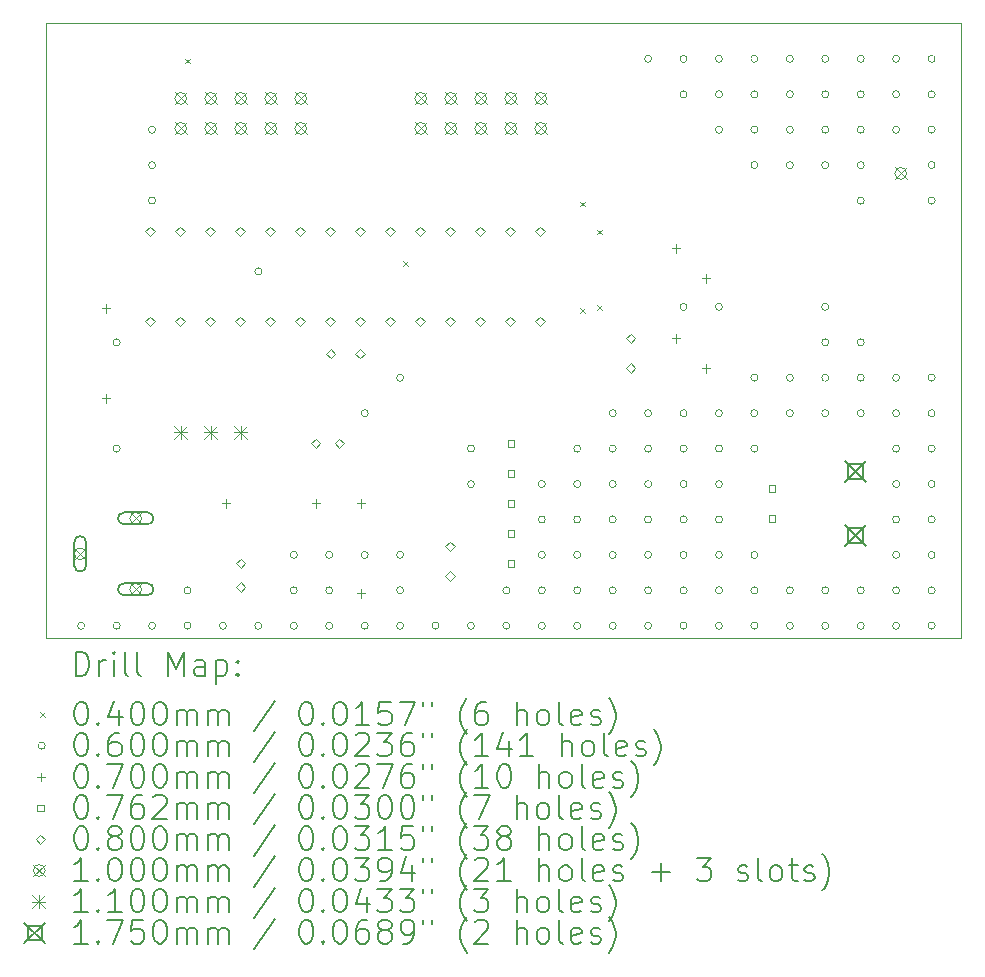
<source format=gbr>
%TF.GenerationSoftware,KiCad,Pcbnew,(6.0.9)*%
%TF.CreationDate,2023-01-16T23:19:39+01:00*%
%TF.ProjectId,FM_radio_atmega_8,464d5f72-6164-4696-9f5f-61746d656761,rev?*%
%TF.SameCoordinates,Original*%
%TF.FileFunction,Drillmap*%
%TF.FilePolarity,Positive*%
%FSLAX45Y45*%
G04 Gerber Fmt 4.5, Leading zero omitted, Abs format (unit mm)*
G04 Created by KiCad (PCBNEW (6.0.9)) date 2023-01-16 23:19:39*
%MOMM*%
%LPD*%
G01*
G04 APERTURE LIST*
%ADD10C,0.100000*%
%ADD11C,0.200000*%
%ADD12C,0.040000*%
%ADD13C,0.060000*%
%ADD14C,0.070000*%
%ADD15C,0.076200*%
%ADD16C,0.080000*%
%ADD17C,0.110000*%
%ADD18C,0.175000*%
G04 APERTURE END LIST*
D10*
X5207000Y-13081000D02*
X12954000Y-13081000D01*
X12954000Y-13081000D02*
X12954000Y-7874000D01*
X12954000Y-7874000D02*
X5207000Y-7874000D01*
X5207000Y-7874000D02*
X5207000Y-13081000D01*
D11*
D12*
X6388420Y-8171500D02*
X6428420Y-8211500D01*
X6428420Y-8171500D02*
X6388420Y-8211500D01*
X8229920Y-9886000D02*
X8269920Y-9926000D01*
X8269920Y-9886000D02*
X8229920Y-9926000D01*
X9733600Y-9383080D02*
X9773600Y-9423080D01*
X9773600Y-9383080D02*
X9733600Y-9423080D01*
X9733600Y-10284780D02*
X9773600Y-10324780D01*
X9773600Y-10284780D02*
X9733600Y-10324780D01*
X9875840Y-9619300D02*
X9915840Y-9659300D01*
X9915840Y-9619300D02*
X9875840Y-9659300D01*
X9875840Y-10261920D02*
X9915840Y-10301920D01*
X9915840Y-10261920D02*
X9875840Y-10301920D01*
D13*
X5537000Y-12974000D02*
G75*
G03*
X5537000Y-12974000I-30000J0D01*
G01*
X5837000Y-10574000D02*
G75*
G03*
X5837000Y-10574000I-30000J0D01*
G01*
X5837000Y-11474000D02*
G75*
G03*
X5837000Y-11474000I-30000J0D01*
G01*
X5837000Y-12974000D02*
G75*
G03*
X5837000Y-12974000I-30000J0D01*
G01*
X6137000Y-8774000D02*
G75*
G03*
X6137000Y-8774000I-30000J0D01*
G01*
X6137000Y-9074000D02*
G75*
G03*
X6137000Y-9074000I-30000J0D01*
G01*
X6137000Y-9374000D02*
G75*
G03*
X6137000Y-9374000I-30000J0D01*
G01*
X6137000Y-12974000D02*
G75*
G03*
X6137000Y-12974000I-30000J0D01*
G01*
X6437000Y-12674000D02*
G75*
G03*
X6437000Y-12674000I-30000J0D01*
G01*
X6437000Y-12974000D02*
G75*
G03*
X6437000Y-12974000I-30000J0D01*
G01*
X6737000Y-12974000D02*
G75*
G03*
X6737000Y-12974000I-30000J0D01*
G01*
X7037000Y-9974000D02*
G75*
G03*
X7037000Y-9974000I-30000J0D01*
G01*
X7037000Y-12974000D02*
G75*
G03*
X7037000Y-12974000I-30000J0D01*
G01*
X7337000Y-12374000D02*
G75*
G03*
X7337000Y-12374000I-30000J0D01*
G01*
X7337000Y-12674000D02*
G75*
G03*
X7337000Y-12674000I-30000J0D01*
G01*
X7337000Y-12974000D02*
G75*
G03*
X7337000Y-12974000I-30000J0D01*
G01*
X7637000Y-12374000D02*
G75*
G03*
X7637000Y-12374000I-30000J0D01*
G01*
X7637000Y-12674000D02*
G75*
G03*
X7637000Y-12674000I-30000J0D01*
G01*
X7637000Y-12974000D02*
G75*
G03*
X7637000Y-12974000I-30000J0D01*
G01*
X7937000Y-11174000D02*
G75*
G03*
X7937000Y-11174000I-30000J0D01*
G01*
X7937000Y-12374000D02*
G75*
G03*
X7937000Y-12374000I-30000J0D01*
G01*
X7937000Y-12974000D02*
G75*
G03*
X7937000Y-12974000I-30000J0D01*
G01*
X8237000Y-10874000D02*
G75*
G03*
X8237000Y-10874000I-30000J0D01*
G01*
X8237000Y-12374000D02*
G75*
G03*
X8237000Y-12374000I-30000J0D01*
G01*
X8237000Y-12674000D02*
G75*
G03*
X8237000Y-12674000I-30000J0D01*
G01*
X8237000Y-12974000D02*
G75*
G03*
X8237000Y-12974000I-30000J0D01*
G01*
X8537000Y-12974000D02*
G75*
G03*
X8537000Y-12974000I-30000J0D01*
G01*
X8837000Y-11474000D02*
G75*
G03*
X8837000Y-11474000I-30000J0D01*
G01*
X8837000Y-11774000D02*
G75*
G03*
X8837000Y-11774000I-30000J0D01*
G01*
X8837000Y-12974000D02*
G75*
G03*
X8837000Y-12974000I-30000J0D01*
G01*
X9137000Y-12674000D02*
G75*
G03*
X9137000Y-12674000I-30000J0D01*
G01*
X9137000Y-12974000D02*
G75*
G03*
X9137000Y-12974000I-30000J0D01*
G01*
X9437000Y-11774000D02*
G75*
G03*
X9437000Y-11774000I-30000J0D01*
G01*
X9437000Y-12074000D02*
G75*
G03*
X9437000Y-12074000I-30000J0D01*
G01*
X9437000Y-12374000D02*
G75*
G03*
X9437000Y-12374000I-30000J0D01*
G01*
X9437000Y-12674000D02*
G75*
G03*
X9437000Y-12674000I-30000J0D01*
G01*
X9437000Y-12974000D02*
G75*
G03*
X9437000Y-12974000I-30000J0D01*
G01*
X9737000Y-11474000D02*
G75*
G03*
X9737000Y-11474000I-30000J0D01*
G01*
X9737000Y-11774000D02*
G75*
G03*
X9737000Y-11774000I-30000J0D01*
G01*
X9737000Y-12074000D02*
G75*
G03*
X9737000Y-12074000I-30000J0D01*
G01*
X9737000Y-12374000D02*
G75*
G03*
X9737000Y-12374000I-30000J0D01*
G01*
X9737000Y-12674000D02*
G75*
G03*
X9737000Y-12674000I-30000J0D01*
G01*
X9737000Y-12974000D02*
G75*
G03*
X9737000Y-12974000I-30000J0D01*
G01*
X10037000Y-11174000D02*
G75*
G03*
X10037000Y-11174000I-30000J0D01*
G01*
X10037000Y-11474000D02*
G75*
G03*
X10037000Y-11474000I-30000J0D01*
G01*
X10037000Y-11774000D02*
G75*
G03*
X10037000Y-11774000I-30000J0D01*
G01*
X10037000Y-12074000D02*
G75*
G03*
X10037000Y-12074000I-30000J0D01*
G01*
X10037000Y-12374000D02*
G75*
G03*
X10037000Y-12374000I-30000J0D01*
G01*
X10037000Y-12674000D02*
G75*
G03*
X10037000Y-12674000I-30000J0D01*
G01*
X10037000Y-12974000D02*
G75*
G03*
X10037000Y-12974000I-30000J0D01*
G01*
X10337000Y-8174000D02*
G75*
G03*
X10337000Y-8174000I-30000J0D01*
G01*
X10337000Y-11174000D02*
G75*
G03*
X10337000Y-11174000I-30000J0D01*
G01*
X10337000Y-11474000D02*
G75*
G03*
X10337000Y-11474000I-30000J0D01*
G01*
X10337000Y-11774000D02*
G75*
G03*
X10337000Y-11774000I-30000J0D01*
G01*
X10337000Y-12074000D02*
G75*
G03*
X10337000Y-12074000I-30000J0D01*
G01*
X10337000Y-12374000D02*
G75*
G03*
X10337000Y-12374000I-30000J0D01*
G01*
X10337000Y-12674000D02*
G75*
G03*
X10337000Y-12674000I-30000J0D01*
G01*
X10337000Y-12974000D02*
G75*
G03*
X10337000Y-12974000I-30000J0D01*
G01*
X10637000Y-8174000D02*
G75*
G03*
X10637000Y-8174000I-30000J0D01*
G01*
X10637000Y-8474000D02*
G75*
G03*
X10637000Y-8474000I-30000J0D01*
G01*
X10637000Y-10274000D02*
G75*
G03*
X10637000Y-10274000I-30000J0D01*
G01*
X10637000Y-11174000D02*
G75*
G03*
X10637000Y-11174000I-30000J0D01*
G01*
X10637000Y-11474000D02*
G75*
G03*
X10637000Y-11474000I-30000J0D01*
G01*
X10637000Y-11774000D02*
G75*
G03*
X10637000Y-11774000I-30000J0D01*
G01*
X10637000Y-12074000D02*
G75*
G03*
X10637000Y-12074000I-30000J0D01*
G01*
X10637000Y-12374000D02*
G75*
G03*
X10637000Y-12374000I-30000J0D01*
G01*
X10637000Y-12674000D02*
G75*
G03*
X10637000Y-12674000I-30000J0D01*
G01*
X10637000Y-12974000D02*
G75*
G03*
X10637000Y-12974000I-30000J0D01*
G01*
X10937000Y-8174000D02*
G75*
G03*
X10937000Y-8174000I-30000J0D01*
G01*
X10937000Y-8474000D02*
G75*
G03*
X10937000Y-8474000I-30000J0D01*
G01*
X10937000Y-8774000D02*
G75*
G03*
X10937000Y-8774000I-30000J0D01*
G01*
X10937000Y-10274000D02*
G75*
G03*
X10937000Y-10274000I-30000J0D01*
G01*
X10937000Y-11174000D02*
G75*
G03*
X10937000Y-11174000I-30000J0D01*
G01*
X10937000Y-11474000D02*
G75*
G03*
X10937000Y-11474000I-30000J0D01*
G01*
X10937000Y-11774000D02*
G75*
G03*
X10937000Y-11774000I-30000J0D01*
G01*
X10937000Y-12074000D02*
G75*
G03*
X10937000Y-12074000I-30000J0D01*
G01*
X10937000Y-12374000D02*
G75*
G03*
X10937000Y-12374000I-30000J0D01*
G01*
X10937000Y-12674000D02*
G75*
G03*
X10937000Y-12674000I-30000J0D01*
G01*
X10937000Y-12974000D02*
G75*
G03*
X10937000Y-12974000I-30000J0D01*
G01*
X11237000Y-8174000D02*
G75*
G03*
X11237000Y-8174000I-30000J0D01*
G01*
X11237000Y-8474000D02*
G75*
G03*
X11237000Y-8474000I-30000J0D01*
G01*
X11237000Y-8774000D02*
G75*
G03*
X11237000Y-8774000I-30000J0D01*
G01*
X11237000Y-9074000D02*
G75*
G03*
X11237000Y-9074000I-30000J0D01*
G01*
X11237000Y-10874000D02*
G75*
G03*
X11237000Y-10874000I-30000J0D01*
G01*
X11237000Y-11174000D02*
G75*
G03*
X11237000Y-11174000I-30000J0D01*
G01*
X11237000Y-11474000D02*
G75*
G03*
X11237000Y-11474000I-30000J0D01*
G01*
X11237000Y-12374000D02*
G75*
G03*
X11237000Y-12374000I-30000J0D01*
G01*
X11237000Y-12674000D02*
G75*
G03*
X11237000Y-12674000I-30000J0D01*
G01*
X11237000Y-12974000D02*
G75*
G03*
X11237000Y-12974000I-30000J0D01*
G01*
X11537000Y-8174000D02*
G75*
G03*
X11537000Y-8174000I-30000J0D01*
G01*
X11537000Y-8474000D02*
G75*
G03*
X11537000Y-8474000I-30000J0D01*
G01*
X11537000Y-8774000D02*
G75*
G03*
X11537000Y-8774000I-30000J0D01*
G01*
X11537000Y-9074000D02*
G75*
G03*
X11537000Y-9074000I-30000J0D01*
G01*
X11537000Y-10874000D02*
G75*
G03*
X11537000Y-10874000I-30000J0D01*
G01*
X11537000Y-11174000D02*
G75*
G03*
X11537000Y-11174000I-30000J0D01*
G01*
X11537000Y-12674000D02*
G75*
G03*
X11537000Y-12674000I-30000J0D01*
G01*
X11537000Y-12974000D02*
G75*
G03*
X11537000Y-12974000I-30000J0D01*
G01*
X11837000Y-8174000D02*
G75*
G03*
X11837000Y-8174000I-30000J0D01*
G01*
X11837000Y-8474000D02*
G75*
G03*
X11837000Y-8474000I-30000J0D01*
G01*
X11837000Y-8774000D02*
G75*
G03*
X11837000Y-8774000I-30000J0D01*
G01*
X11837000Y-9074000D02*
G75*
G03*
X11837000Y-9074000I-30000J0D01*
G01*
X11837000Y-10274000D02*
G75*
G03*
X11837000Y-10274000I-30000J0D01*
G01*
X11837000Y-10574000D02*
G75*
G03*
X11837000Y-10574000I-30000J0D01*
G01*
X11837000Y-10874000D02*
G75*
G03*
X11837000Y-10874000I-30000J0D01*
G01*
X11837000Y-11174000D02*
G75*
G03*
X11837000Y-11174000I-30000J0D01*
G01*
X11837000Y-12674000D02*
G75*
G03*
X11837000Y-12674000I-30000J0D01*
G01*
X11837000Y-12974000D02*
G75*
G03*
X11837000Y-12974000I-30000J0D01*
G01*
X12137000Y-8174000D02*
G75*
G03*
X12137000Y-8174000I-30000J0D01*
G01*
X12137000Y-8474000D02*
G75*
G03*
X12137000Y-8474000I-30000J0D01*
G01*
X12137000Y-8774000D02*
G75*
G03*
X12137000Y-8774000I-30000J0D01*
G01*
X12137000Y-9074000D02*
G75*
G03*
X12137000Y-9074000I-30000J0D01*
G01*
X12137000Y-9374000D02*
G75*
G03*
X12137000Y-9374000I-30000J0D01*
G01*
X12137000Y-10574000D02*
G75*
G03*
X12137000Y-10574000I-30000J0D01*
G01*
X12137000Y-10874000D02*
G75*
G03*
X12137000Y-10874000I-30000J0D01*
G01*
X12137000Y-11174000D02*
G75*
G03*
X12137000Y-11174000I-30000J0D01*
G01*
X12137000Y-12674000D02*
G75*
G03*
X12137000Y-12674000I-30000J0D01*
G01*
X12137000Y-12974000D02*
G75*
G03*
X12137000Y-12974000I-30000J0D01*
G01*
X12437000Y-8174000D02*
G75*
G03*
X12437000Y-8174000I-30000J0D01*
G01*
X12437000Y-8474000D02*
G75*
G03*
X12437000Y-8474000I-30000J0D01*
G01*
X12437000Y-8774000D02*
G75*
G03*
X12437000Y-8774000I-30000J0D01*
G01*
X12437000Y-10874000D02*
G75*
G03*
X12437000Y-10874000I-30000J0D01*
G01*
X12437000Y-11174000D02*
G75*
G03*
X12437000Y-11174000I-30000J0D01*
G01*
X12437000Y-11474000D02*
G75*
G03*
X12437000Y-11474000I-30000J0D01*
G01*
X12437000Y-11774000D02*
G75*
G03*
X12437000Y-11774000I-30000J0D01*
G01*
X12437000Y-12074000D02*
G75*
G03*
X12437000Y-12074000I-30000J0D01*
G01*
X12437000Y-12374000D02*
G75*
G03*
X12437000Y-12374000I-30000J0D01*
G01*
X12437000Y-12674000D02*
G75*
G03*
X12437000Y-12674000I-30000J0D01*
G01*
X12437000Y-12974000D02*
G75*
G03*
X12437000Y-12974000I-30000J0D01*
G01*
X12737000Y-8174000D02*
G75*
G03*
X12737000Y-8174000I-30000J0D01*
G01*
X12737000Y-8474000D02*
G75*
G03*
X12737000Y-8474000I-30000J0D01*
G01*
X12737000Y-8774000D02*
G75*
G03*
X12737000Y-8774000I-30000J0D01*
G01*
X12737000Y-9074000D02*
G75*
G03*
X12737000Y-9074000I-30000J0D01*
G01*
X12737000Y-9374000D02*
G75*
G03*
X12737000Y-9374000I-30000J0D01*
G01*
X12737000Y-10874000D02*
G75*
G03*
X12737000Y-10874000I-30000J0D01*
G01*
X12737000Y-11174000D02*
G75*
G03*
X12737000Y-11174000I-30000J0D01*
G01*
X12737000Y-11474000D02*
G75*
G03*
X12737000Y-11474000I-30000J0D01*
G01*
X12737000Y-11774000D02*
G75*
G03*
X12737000Y-11774000I-30000J0D01*
G01*
X12737000Y-12074000D02*
G75*
G03*
X12737000Y-12074000I-30000J0D01*
G01*
X12737000Y-12374000D02*
G75*
G03*
X12737000Y-12374000I-30000J0D01*
G01*
X12737000Y-12674000D02*
G75*
G03*
X12737000Y-12674000I-30000J0D01*
G01*
X12737000Y-12974000D02*
G75*
G03*
X12737000Y-12974000I-30000J0D01*
G01*
D14*
X5715000Y-10252000D02*
X5715000Y-10322000D01*
X5680000Y-10287000D02*
X5750000Y-10287000D01*
X5715000Y-11014000D02*
X5715000Y-11084000D01*
X5680000Y-11049000D02*
X5750000Y-11049000D01*
X6731000Y-11903000D02*
X6731000Y-11973000D01*
X6696000Y-11938000D02*
X6766000Y-11938000D01*
X7493000Y-11903000D02*
X7493000Y-11973000D01*
X7458000Y-11938000D02*
X7528000Y-11938000D01*
X7874000Y-11903000D02*
X7874000Y-11973000D01*
X7839000Y-11938000D02*
X7909000Y-11938000D01*
X7874000Y-12665000D02*
X7874000Y-12735000D01*
X7839000Y-12700000D02*
X7909000Y-12700000D01*
X10541000Y-9744000D02*
X10541000Y-9814000D01*
X10506000Y-9779000D02*
X10576000Y-9779000D01*
X10541000Y-10506000D02*
X10541000Y-10576000D01*
X10506000Y-10541000D02*
X10576000Y-10541000D01*
X10795000Y-9998000D02*
X10795000Y-10068000D01*
X10760000Y-10033000D02*
X10830000Y-10033000D01*
X10795000Y-10760000D02*
X10795000Y-10830000D01*
X10760000Y-10795000D02*
X10830000Y-10795000D01*
D15*
X9170941Y-11456941D02*
X9170941Y-11403059D01*
X9117059Y-11403059D01*
X9117059Y-11456941D01*
X9170941Y-11456941D01*
X9170941Y-11710941D02*
X9170941Y-11657059D01*
X9117059Y-11657059D01*
X9117059Y-11710941D01*
X9170941Y-11710941D01*
X9170941Y-11964941D02*
X9170941Y-11911059D01*
X9117059Y-11911059D01*
X9117059Y-11964941D01*
X9170941Y-11964941D01*
X9170941Y-12218941D02*
X9170941Y-12165059D01*
X9117059Y-12165059D01*
X9117059Y-12218941D01*
X9170941Y-12218941D01*
X9170941Y-12472941D02*
X9170941Y-12419059D01*
X9117059Y-12419059D01*
X9117059Y-12472941D01*
X9170941Y-12472941D01*
X11380741Y-11837941D02*
X11380741Y-11784059D01*
X11326859Y-11784059D01*
X11326859Y-11837941D01*
X11380741Y-11837941D01*
X11380741Y-12091941D02*
X11380741Y-12038059D01*
X11326859Y-12038059D01*
X11326859Y-12091941D01*
X11380741Y-12091941D01*
D16*
X6088380Y-9674220D02*
X6128380Y-9634220D01*
X6088380Y-9594220D01*
X6048380Y-9634220D01*
X6088380Y-9674220D01*
X6088380Y-10436220D02*
X6128380Y-10396220D01*
X6088380Y-10356220D01*
X6048380Y-10396220D01*
X6088380Y-10436220D01*
X6342380Y-9674220D02*
X6382380Y-9634220D01*
X6342380Y-9594220D01*
X6302380Y-9634220D01*
X6342380Y-9674220D01*
X6342380Y-10436220D02*
X6382380Y-10396220D01*
X6342380Y-10356220D01*
X6302380Y-10396220D01*
X6342380Y-10436220D01*
X6596380Y-9674220D02*
X6636380Y-9634220D01*
X6596380Y-9594220D01*
X6556380Y-9634220D01*
X6596380Y-9674220D01*
X6596380Y-10436220D02*
X6636380Y-10396220D01*
X6596380Y-10356220D01*
X6556380Y-10396220D01*
X6596380Y-10436220D01*
X6850380Y-9674220D02*
X6890380Y-9634220D01*
X6850380Y-9594220D01*
X6810380Y-9634220D01*
X6850380Y-9674220D01*
X6850380Y-10436220D02*
X6890380Y-10396220D01*
X6850380Y-10356220D01*
X6810380Y-10396220D01*
X6850380Y-10436220D01*
X6858000Y-12486000D02*
X6898000Y-12446000D01*
X6858000Y-12406000D01*
X6818000Y-12446000D01*
X6858000Y-12486000D01*
X6858000Y-12686000D02*
X6898000Y-12646000D01*
X6858000Y-12606000D01*
X6818000Y-12646000D01*
X6858000Y-12686000D01*
X7104380Y-9674220D02*
X7144380Y-9634220D01*
X7104380Y-9594220D01*
X7064380Y-9634220D01*
X7104380Y-9674220D01*
X7104380Y-10436220D02*
X7144380Y-10396220D01*
X7104380Y-10356220D01*
X7064380Y-10396220D01*
X7104380Y-10436220D01*
X7358380Y-9674220D02*
X7398380Y-9634220D01*
X7358380Y-9594220D01*
X7318380Y-9634220D01*
X7358380Y-9674220D01*
X7358380Y-10436220D02*
X7398380Y-10396220D01*
X7358380Y-10356220D01*
X7318380Y-10396220D01*
X7358380Y-10436220D01*
X7493000Y-11470000D02*
X7533000Y-11430000D01*
X7493000Y-11390000D01*
X7453000Y-11430000D01*
X7493000Y-11470000D01*
X7612380Y-9674220D02*
X7652380Y-9634220D01*
X7612380Y-9594220D01*
X7572380Y-9634220D01*
X7612380Y-9674220D01*
X7612380Y-10436220D02*
X7652380Y-10396220D01*
X7612380Y-10356220D01*
X7572380Y-10396220D01*
X7612380Y-10436220D01*
X7619000Y-10709000D02*
X7659000Y-10669000D01*
X7619000Y-10629000D01*
X7579000Y-10669000D01*
X7619000Y-10709000D01*
X7693000Y-11470000D02*
X7733000Y-11430000D01*
X7693000Y-11390000D01*
X7653000Y-11430000D01*
X7693000Y-11470000D01*
X7866380Y-9674220D02*
X7906380Y-9634220D01*
X7866380Y-9594220D01*
X7826380Y-9634220D01*
X7866380Y-9674220D01*
X7866380Y-10436220D02*
X7906380Y-10396220D01*
X7866380Y-10356220D01*
X7826380Y-10396220D01*
X7866380Y-10436220D01*
X7869000Y-10709000D02*
X7909000Y-10669000D01*
X7869000Y-10629000D01*
X7829000Y-10669000D01*
X7869000Y-10709000D01*
X8120380Y-9674220D02*
X8160380Y-9634220D01*
X8120380Y-9594220D01*
X8080380Y-9634220D01*
X8120380Y-9674220D01*
X8120380Y-10436220D02*
X8160380Y-10396220D01*
X8120380Y-10356220D01*
X8080380Y-10396220D01*
X8120380Y-10436220D01*
X8374380Y-9674220D02*
X8414380Y-9634220D01*
X8374380Y-9594220D01*
X8334380Y-9634220D01*
X8374380Y-9674220D01*
X8374380Y-10436220D02*
X8414380Y-10396220D01*
X8374380Y-10356220D01*
X8334380Y-10396220D01*
X8374380Y-10436220D01*
X8628380Y-9674220D02*
X8668380Y-9634220D01*
X8628380Y-9594220D01*
X8588380Y-9634220D01*
X8628380Y-9674220D01*
X8628380Y-10436220D02*
X8668380Y-10396220D01*
X8628380Y-10356220D01*
X8588380Y-10396220D01*
X8628380Y-10436220D01*
X8628380Y-12341220D02*
X8668380Y-12301220D01*
X8628380Y-12261220D01*
X8588380Y-12301220D01*
X8628380Y-12341220D01*
X8628380Y-12591220D02*
X8668380Y-12551220D01*
X8628380Y-12511220D01*
X8588380Y-12551220D01*
X8628380Y-12591220D01*
X8882380Y-9674220D02*
X8922380Y-9634220D01*
X8882380Y-9594220D01*
X8842380Y-9634220D01*
X8882380Y-9674220D01*
X8882380Y-10436220D02*
X8922380Y-10396220D01*
X8882380Y-10356220D01*
X8842380Y-10396220D01*
X8882380Y-10436220D01*
X9136380Y-9674220D02*
X9176380Y-9634220D01*
X9136380Y-9594220D01*
X9096380Y-9634220D01*
X9136380Y-9674220D01*
X9136380Y-10436220D02*
X9176380Y-10396220D01*
X9136380Y-10356220D01*
X9096380Y-10396220D01*
X9136380Y-10436220D01*
X9390380Y-9674220D02*
X9430380Y-9634220D01*
X9390380Y-9594220D01*
X9350380Y-9634220D01*
X9390380Y-9674220D01*
X9390380Y-10436220D02*
X9430380Y-10396220D01*
X9390380Y-10356220D01*
X9350380Y-10396220D01*
X9390380Y-10436220D01*
X10160000Y-10581000D02*
X10200000Y-10541000D01*
X10160000Y-10501000D01*
X10120000Y-10541000D01*
X10160000Y-10581000D01*
X10160000Y-10831000D02*
X10200000Y-10791000D01*
X10160000Y-10751000D01*
X10120000Y-10791000D01*
X10160000Y-10831000D01*
D10*
X5449000Y-12315000D02*
X5549000Y-12415000D01*
X5549000Y-12315000D02*
X5449000Y-12415000D01*
X5549000Y-12365000D02*
G75*
G03*
X5549000Y-12365000I-50000J0D01*
G01*
D11*
X5549000Y-12465000D02*
X5549000Y-12265000D01*
X5449000Y-12465000D02*
X5449000Y-12265000D01*
X5549000Y-12265000D02*
G75*
G03*
X5449000Y-12265000I-50000J0D01*
G01*
X5449000Y-12465000D02*
G75*
G03*
X5549000Y-12465000I50000J0D01*
G01*
D10*
X5919000Y-12015000D02*
X6019000Y-12115000D01*
X6019000Y-12015000D02*
X5919000Y-12115000D01*
X6019000Y-12065000D02*
G75*
G03*
X6019000Y-12065000I-50000J0D01*
G01*
D11*
X5869000Y-12115000D02*
X6069000Y-12115000D01*
X5869000Y-12015000D02*
X6069000Y-12015000D01*
X6069000Y-12115000D02*
G75*
G03*
X6069000Y-12015000I0J50000D01*
G01*
X5869000Y-12015000D02*
G75*
G03*
X5869000Y-12115000I0J-50000D01*
G01*
D10*
X5919000Y-12615000D02*
X6019000Y-12715000D01*
X6019000Y-12615000D02*
X5919000Y-12715000D01*
X6019000Y-12665000D02*
G75*
G03*
X6019000Y-12665000I-50000J0D01*
G01*
D11*
X5869000Y-12715000D02*
X6069000Y-12715000D01*
X5869000Y-12615000D02*
X6069000Y-12615000D01*
X6069000Y-12715000D02*
G75*
G03*
X6069000Y-12615000I0J50000D01*
G01*
X5869000Y-12615000D02*
G75*
G03*
X5869000Y-12715000I0J-50000D01*
G01*
D10*
X6300000Y-8459000D02*
X6400000Y-8559000D01*
X6400000Y-8459000D02*
X6300000Y-8559000D01*
X6400000Y-8509000D02*
G75*
G03*
X6400000Y-8509000I-50000J0D01*
G01*
X6300000Y-8713000D02*
X6400000Y-8813000D01*
X6400000Y-8713000D02*
X6300000Y-8813000D01*
X6400000Y-8763000D02*
G75*
G03*
X6400000Y-8763000I-50000J0D01*
G01*
X6554000Y-8459000D02*
X6654000Y-8559000D01*
X6654000Y-8459000D02*
X6554000Y-8559000D01*
X6654000Y-8509000D02*
G75*
G03*
X6654000Y-8509000I-50000J0D01*
G01*
X6554000Y-8713000D02*
X6654000Y-8813000D01*
X6654000Y-8713000D02*
X6554000Y-8813000D01*
X6654000Y-8763000D02*
G75*
G03*
X6654000Y-8763000I-50000J0D01*
G01*
X6808000Y-8459000D02*
X6908000Y-8559000D01*
X6908000Y-8459000D02*
X6808000Y-8559000D01*
X6908000Y-8509000D02*
G75*
G03*
X6908000Y-8509000I-50000J0D01*
G01*
X6808000Y-8713000D02*
X6908000Y-8813000D01*
X6908000Y-8713000D02*
X6808000Y-8813000D01*
X6908000Y-8763000D02*
G75*
G03*
X6908000Y-8763000I-50000J0D01*
G01*
X7062000Y-8459000D02*
X7162000Y-8559000D01*
X7162000Y-8459000D02*
X7062000Y-8559000D01*
X7162000Y-8509000D02*
G75*
G03*
X7162000Y-8509000I-50000J0D01*
G01*
X7062000Y-8713000D02*
X7162000Y-8813000D01*
X7162000Y-8713000D02*
X7062000Y-8813000D01*
X7162000Y-8763000D02*
G75*
G03*
X7162000Y-8763000I-50000J0D01*
G01*
X7316000Y-8459000D02*
X7416000Y-8559000D01*
X7416000Y-8459000D02*
X7316000Y-8559000D01*
X7416000Y-8509000D02*
G75*
G03*
X7416000Y-8509000I-50000J0D01*
G01*
X7316000Y-8713000D02*
X7416000Y-8813000D01*
X7416000Y-8713000D02*
X7316000Y-8813000D01*
X7416000Y-8763000D02*
G75*
G03*
X7416000Y-8763000I-50000J0D01*
G01*
X8332000Y-8459000D02*
X8432000Y-8559000D01*
X8432000Y-8459000D02*
X8332000Y-8559000D01*
X8432000Y-8509000D02*
G75*
G03*
X8432000Y-8509000I-50000J0D01*
G01*
X8332000Y-8713000D02*
X8432000Y-8813000D01*
X8432000Y-8713000D02*
X8332000Y-8813000D01*
X8432000Y-8763000D02*
G75*
G03*
X8432000Y-8763000I-50000J0D01*
G01*
X8586000Y-8459000D02*
X8686000Y-8559000D01*
X8686000Y-8459000D02*
X8586000Y-8559000D01*
X8686000Y-8509000D02*
G75*
G03*
X8686000Y-8509000I-50000J0D01*
G01*
X8586000Y-8713000D02*
X8686000Y-8813000D01*
X8686000Y-8713000D02*
X8586000Y-8813000D01*
X8686000Y-8763000D02*
G75*
G03*
X8686000Y-8763000I-50000J0D01*
G01*
X8840000Y-8459000D02*
X8940000Y-8559000D01*
X8940000Y-8459000D02*
X8840000Y-8559000D01*
X8940000Y-8509000D02*
G75*
G03*
X8940000Y-8509000I-50000J0D01*
G01*
X8840000Y-8713000D02*
X8940000Y-8813000D01*
X8940000Y-8713000D02*
X8840000Y-8813000D01*
X8940000Y-8763000D02*
G75*
G03*
X8940000Y-8763000I-50000J0D01*
G01*
X9094000Y-8459000D02*
X9194000Y-8559000D01*
X9194000Y-8459000D02*
X9094000Y-8559000D01*
X9194000Y-8509000D02*
G75*
G03*
X9194000Y-8509000I-50000J0D01*
G01*
X9094000Y-8713000D02*
X9194000Y-8813000D01*
X9194000Y-8713000D02*
X9094000Y-8813000D01*
X9194000Y-8763000D02*
G75*
G03*
X9194000Y-8763000I-50000J0D01*
G01*
X9348000Y-8459000D02*
X9448000Y-8559000D01*
X9448000Y-8459000D02*
X9348000Y-8559000D01*
X9448000Y-8509000D02*
G75*
G03*
X9448000Y-8509000I-50000J0D01*
G01*
X9348000Y-8713000D02*
X9448000Y-8813000D01*
X9448000Y-8713000D02*
X9348000Y-8813000D01*
X9448000Y-8763000D02*
G75*
G03*
X9448000Y-8763000I-50000J0D01*
G01*
X12396000Y-9094000D02*
X12496000Y-9194000D01*
X12496000Y-9094000D02*
X12396000Y-9194000D01*
X12496000Y-9144000D02*
G75*
G03*
X12496000Y-9144000I-50000J0D01*
G01*
D17*
X6295000Y-11280500D02*
X6405000Y-11390500D01*
X6405000Y-11280500D02*
X6295000Y-11390500D01*
X6350000Y-11280500D02*
X6350000Y-11390500D01*
X6295000Y-11335500D02*
X6405000Y-11335500D01*
X6549000Y-11280500D02*
X6659000Y-11390500D01*
X6659000Y-11280500D02*
X6549000Y-11390500D01*
X6604000Y-11280500D02*
X6604000Y-11390500D01*
X6549000Y-11335500D02*
X6659000Y-11335500D01*
X6803000Y-11280500D02*
X6913000Y-11390500D01*
X6913000Y-11280500D02*
X6803000Y-11390500D01*
X6858000Y-11280500D02*
X6858000Y-11390500D01*
X6803000Y-11335500D02*
X6913000Y-11335500D01*
D18*
X11977500Y-11580500D02*
X12152500Y-11755500D01*
X12152500Y-11580500D02*
X11977500Y-11755500D01*
X12126872Y-11729872D02*
X12126872Y-11606128D01*
X12003128Y-11606128D01*
X12003128Y-11729872D01*
X12126872Y-11729872D01*
X11977500Y-12120500D02*
X12152500Y-12295500D01*
X12152500Y-12120500D02*
X11977500Y-12295500D01*
X12126872Y-12269872D02*
X12126872Y-12146128D01*
X12003128Y-12146128D01*
X12003128Y-12269872D01*
X12126872Y-12269872D01*
D11*
X5459619Y-13396476D02*
X5459619Y-13196476D01*
X5507238Y-13196476D01*
X5535810Y-13206000D01*
X5554857Y-13225048D01*
X5564381Y-13244095D01*
X5573905Y-13282190D01*
X5573905Y-13310762D01*
X5564381Y-13348857D01*
X5554857Y-13367905D01*
X5535810Y-13386952D01*
X5507238Y-13396476D01*
X5459619Y-13396476D01*
X5659619Y-13396476D02*
X5659619Y-13263143D01*
X5659619Y-13301238D02*
X5669143Y-13282190D01*
X5678667Y-13272667D01*
X5697714Y-13263143D01*
X5716762Y-13263143D01*
X5783428Y-13396476D02*
X5783428Y-13263143D01*
X5783428Y-13196476D02*
X5773905Y-13206000D01*
X5783428Y-13215524D01*
X5792952Y-13206000D01*
X5783428Y-13196476D01*
X5783428Y-13215524D01*
X5907238Y-13396476D02*
X5888190Y-13386952D01*
X5878667Y-13367905D01*
X5878667Y-13196476D01*
X6012000Y-13396476D02*
X5992952Y-13386952D01*
X5983428Y-13367905D01*
X5983428Y-13196476D01*
X6240571Y-13396476D02*
X6240571Y-13196476D01*
X6307238Y-13339333D01*
X6373905Y-13196476D01*
X6373905Y-13396476D01*
X6554857Y-13396476D02*
X6554857Y-13291714D01*
X6545333Y-13272667D01*
X6526286Y-13263143D01*
X6488190Y-13263143D01*
X6469143Y-13272667D01*
X6554857Y-13386952D02*
X6535809Y-13396476D01*
X6488190Y-13396476D01*
X6469143Y-13386952D01*
X6459619Y-13367905D01*
X6459619Y-13348857D01*
X6469143Y-13329809D01*
X6488190Y-13320286D01*
X6535809Y-13320286D01*
X6554857Y-13310762D01*
X6650095Y-13263143D02*
X6650095Y-13463143D01*
X6650095Y-13272667D02*
X6669143Y-13263143D01*
X6707238Y-13263143D01*
X6726286Y-13272667D01*
X6735809Y-13282190D01*
X6745333Y-13301238D01*
X6745333Y-13358381D01*
X6735809Y-13377428D01*
X6726286Y-13386952D01*
X6707238Y-13396476D01*
X6669143Y-13396476D01*
X6650095Y-13386952D01*
X6831048Y-13377428D02*
X6840571Y-13386952D01*
X6831048Y-13396476D01*
X6821524Y-13386952D01*
X6831048Y-13377428D01*
X6831048Y-13396476D01*
X6831048Y-13272667D02*
X6840571Y-13282190D01*
X6831048Y-13291714D01*
X6821524Y-13282190D01*
X6831048Y-13272667D01*
X6831048Y-13291714D01*
D12*
X5162000Y-13706000D02*
X5202000Y-13746000D01*
X5202000Y-13706000D02*
X5162000Y-13746000D01*
D11*
X5497714Y-13616476D02*
X5516762Y-13616476D01*
X5535810Y-13626000D01*
X5545333Y-13635524D01*
X5554857Y-13654571D01*
X5564381Y-13692667D01*
X5564381Y-13740286D01*
X5554857Y-13778381D01*
X5545333Y-13797428D01*
X5535810Y-13806952D01*
X5516762Y-13816476D01*
X5497714Y-13816476D01*
X5478667Y-13806952D01*
X5469143Y-13797428D01*
X5459619Y-13778381D01*
X5450095Y-13740286D01*
X5450095Y-13692667D01*
X5459619Y-13654571D01*
X5469143Y-13635524D01*
X5478667Y-13626000D01*
X5497714Y-13616476D01*
X5650095Y-13797428D02*
X5659619Y-13806952D01*
X5650095Y-13816476D01*
X5640571Y-13806952D01*
X5650095Y-13797428D01*
X5650095Y-13816476D01*
X5831048Y-13683143D02*
X5831048Y-13816476D01*
X5783428Y-13606952D02*
X5735809Y-13749809D01*
X5859619Y-13749809D01*
X5973905Y-13616476D02*
X5992952Y-13616476D01*
X6012000Y-13626000D01*
X6021524Y-13635524D01*
X6031048Y-13654571D01*
X6040571Y-13692667D01*
X6040571Y-13740286D01*
X6031048Y-13778381D01*
X6021524Y-13797428D01*
X6012000Y-13806952D01*
X5992952Y-13816476D01*
X5973905Y-13816476D01*
X5954857Y-13806952D01*
X5945333Y-13797428D01*
X5935809Y-13778381D01*
X5926286Y-13740286D01*
X5926286Y-13692667D01*
X5935809Y-13654571D01*
X5945333Y-13635524D01*
X5954857Y-13626000D01*
X5973905Y-13616476D01*
X6164381Y-13616476D02*
X6183428Y-13616476D01*
X6202476Y-13626000D01*
X6212000Y-13635524D01*
X6221524Y-13654571D01*
X6231048Y-13692667D01*
X6231048Y-13740286D01*
X6221524Y-13778381D01*
X6212000Y-13797428D01*
X6202476Y-13806952D01*
X6183428Y-13816476D01*
X6164381Y-13816476D01*
X6145333Y-13806952D01*
X6135809Y-13797428D01*
X6126286Y-13778381D01*
X6116762Y-13740286D01*
X6116762Y-13692667D01*
X6126286Y-13654571D01*
X6135809Y-13635524D01*
X6145333Y-13626000D01*
X6164381Y-13616476D01*
X6316762Y-13816476D02*
X6316762Y-13683143D01*
X6316762Y-13702190D02*
X6326286Y-13692667D01*
X6345333Y-13683143D01*
X6373905Y-13683143D01*
X6392952Y-13692667D01*
X6402476Y-13711714D01*
X6402476Y-13816476D01*
X6402476Y-13711714D02*
X6412000Y-13692667D01*
X6431048Y-13683143D01*
X6459619Y-13683143D01*
X6478667Y-13692667D01*
X6488190Y-13711714D01*
X6488190Y-13816476D01*
X6583428Y-13816476D02*
X6583428Y-13683143D01*
X6583428Y-13702190D02*
X6592952Y-13692667D01*
X6612000Y-13683143D01*
X6640571Y-13683143D01*
X6659619Y-13692667D01*
X6669143Y-13711714D01*
X6669143Y-13816476D01*
X6669143Y-13711714D02*
X6678667Y-13692667D01*
X6697714Y-13683143D01*
X6726286Y-13683143D01*
X6745333Y-13692667D01*
X6754857Y-13711714D01*
X6754857Y-13816476D01*
X7145333Y-13606952D02*
X6973905Y-13864095D01*
X7402476Y-13616476D02*
X7421524Y-13616476D01*
X7440571Y-13626000D01*
X7450095Y-13635524D01*
X7459619Y-13654571D01*
X7469143Y-13692667D01*
X7469143Y-13740286D01*
X7459619Y-13778381D01*
X7450095Y-13797428D01*
X7440571Y-13806952D01*
X7421524Y-13816476D01*
X7402476Y-13816476D01*
X7383428Y-13806952D01*
X7373905Y-13797428D01*
X7364381Y-13778381D01*
X7354857Y-13740286D01*
X7354857Y-13692667D01*
X7364381Y-13654571D01*
X7373905Y-13635524D01*
X7383428Y-13626000D01*
X7402476Y-13616476D01*
X7554857Y-13797428D02*
X7564381Y-13806952D01*
X7554857Y-13816476D01*
X7545333Y-13806952D01*
X7554857Y-13797428D01*
X7554857Y-13816476D01*
X7688190Y-13616476D02*
X7707238Y-13616476D01*
X7726286Y-13626000D01*
X7735809Y-13635524D01*
X7745333Y-13654571D01*
X7754857Y-13692667D01*
X7754857Y-13740286D01*
X7745333Y-13778381D01*
X7735809Y-13797428D01*
X7726286Y-13806952D01*
X7707238Y-13816476D01*
X7688190Y-13816476D01*
X7669143Y-13806952D01*
X7659619Y-13797428D01*
X7650095Y-13778381D01*
X7640571Y-13740286D01*
X7640571Y-13692667D01*
X7650095Y-13654571D01*
X7659619Y-13635524D01*
X7669143Y-13626000D01*
X7688190Y-13616476D01*
X7945333Y-13816476D02*
X7831048Y-13816476D01*
X7888190Y-13816476D02*
X7888190Y-13616476D01*
X7869143Y-13645048D01*
X7850095Y-13664095D01*
X7831048Y-13673619D01*
X8126286Y-13616476D02*
X8031048Y-13616476D01*
X8021524Y-13711714D01*
X8031048Y-13702190D01*
X8050095Y-13692667D01*
X8097714Y-13692667D01*
X8116762Y-13702190D01*
X8126286Y-13711714D01*
X8135809Y-13730762D01*
X8135809Y-13778381D01*
X8126286Y-13797428D01*
X8116762Y-13806952D01*
X8097714Y-13816476D01*
X8050095Y-13816476D01*
X8031048Y-13806952D01*
X8021524Y-13797428D01*
X8202476Y-13616476D02*
X8335809Y-13616476D01*
X8250095Y-13816476D01*
X8402476Y-13616476D02*
X8402476Y-13654571D01*
X8478667Y-13616476D02*
X8478667Y-13654571D01*
X8773905Y-13892667D02*
X8764381Y-13883143D01*
X8745333Y-13854571D01*
X8735810Y-13835524D01*
X8726286Y-13806952D01*
X8716762Y-13759333D01*
X8716762Y-13721238D01*
X8726286Y-13673619D01*
X8735810Y-13645048D01*
X8745333Y-13626000D01*
X8764381Y-13597428D01*
X8773905Y-13587905D01*
X8935810Y-13616476D02*
X8897714Y-13616476D01*
X8878667Y-13626000D01*
X8869143Y-13635524D01*
X8850095Y-13664095D01*
X8840571Y-13702190D01*
X8840571Y-13778381D01*
X8850095Y-13797428D01*
X8859619Y-13806952D01*
X8878667Y-13816476D01*
X8916762Y-13816476D01*
X8935810Y-13806952D01*
X8945333Y-13797428D01*
X8954857Y-13778381D01*
X8954857Y-13730762D01*
X8945333Y-13711714D01*
X8935810Y-13702190D01*
X8916762Y-13692667D01*
X8878667Y-13692667D01*
X8859619Y-13702190D01*
X8850095Y-13711714D01*
X8840571Y-13730762D01*
X9192952Y-13816476D02*
X9192952Y-13616476D01*
X9278667Y-13816476D02*
X9278667Y-13711714D01*
X9269143Y-13692667D01*
X9250095Y-13683143D01*
X9221524Y-13683143D01*
X9202476Y-13692667D01*
X9192952Y-13702190D01*
X9402476Y-13816476D02*
X9383429Y-13806952D01*
X9373905Y-13797428D01*
X9364381Y-13778381D01*
X9364381Y-13721238D01*
X9373905Y-13702190D01*
X9383429Y-13692667D01*
X9402476Y-13683143D01*
X9431048Y-13683143D01*
X9450095Y-13692667D01*
X9459619Y-13702190D01*
X9469143Y-13721238D01*
X9469143Y-13778381D01*
X9459619Y-13797428D01*
X9450095Y-13806952D01*
X9431048Y-13816476D01*
X9402476Y-13816476D01*
X9583429Y-13816476D02*
X9564381Y-13806952D01*
X9554857Y-13787905D01*
X9554857Y-13616476D01*
X9735810Y-13806952D02*
X9716762Y-13816476D01*
X9678667Y-13816476D01*
X9659619Y-13806952D01*
X9650095Y-13787905D01*
X9650095Y-13711714D01*
X9659619Y-13692667D01*
X9678667Y-13683143D01*
X9716762Y-13683143D01*
X9735810Y-13692667D01*
X9745333Y-13711714D01*
X9745333Y-13730762D01*
X9650095Y-13749809D01*
X9821524Y-13806952D02*
X9840571Y-13816476D01*
X9878667Y-13816476D01*
X9897714Y-13806952D01*
X9907238Y-13787905D01*
X9907238Y-13778381D01*
X9897714Y-13759333D01*
X9878667Y-13749809D01*
X9850095Y-13749809D01*
X9831048Y-13740286D01*
X9821524Y-13721238D01*
X9821524Y-13711714D01*
X9831048Y-13692667D01*
X9850095Y-13683143D01*
X9878667Y-13683143D01*
X9897714Y-13692667D01*
X9973905Y-13892667D02*
X9983429Y-13883143D01*
X10002476Y-13854571D01*
X10012000Y-13835524D01*
X10021524Y-13806952D01*
X10031048Y-13759333D01*
X10031048Y-13721238D01*
X10021524Y-13673619D01*
X10012000Y-13645048D01*
X10002476Y-13626000D01*
X9983429Y-13597428D01*
X9973905Y-13587905D01*
D13*
X5202000Y-13990000D02*
G75*
G03*
X5202000Y-13990000I-30000J0D01*
G01*
D11*
X5497714Y-13880476D02*
X5516762Y-13880476D01*
X5535810Y-13890000D01*
X5545333Y-13899524D01*
X5554857Y-13918571D01*
X5564381Y-13956667D01*
X5564381Y-14004286D01*
X5554857Y-14042381D01*
X5545333Y-14061428D01*
X5535810Y-14070952D01*
X5516762Y-14080476D01*
X5497714Y-14080476D01*
X5478667Y-14070952D01*
X5469143Y-14061428D01*
X5459619Y-14042381D01*
X5450095Y-14004286D01*
X5450095Y-13956667D01*
X5459619Y-13918571D01*
X5469143Y-13899524D01*
X5478667Y-13890000D01*
X5497714Y-13880476D01*
X5650095Y-14061428D02*
X5659619Y-14070952D01*
X5650095Y-14080476D01*
X5640571Y-14070952D01*
X5650095Y-14061428D01*
X5650095Y-14080476D01*
X5831048Y-13880476D02*
X5792952Y-13880476D01*
X5773905Y-13890000D01*
X5764381Y-13899524D01*
X5745333Y-13928095D01*
X5735809Y-13966190D01*
X5735809Y-14042381D01*
X5745333Y-14061428D01*
X5754857Y-14070952D01*
X5773905Y-14080476D01*
X5812000Y-14080476D01*
X5831048Y-14070952D01*
X5840571Y-14061428D01*
X5850095Y-14042381D01*
X5850095Y-13994762D01*
X5840571Y-13975714D01*
X5831048Y-13966190D01*
X5812000Y-13956667D01*
X5773905Y-13956667D01*
X5754857Y-13966190D01*
X5745333Y-13975714D01*
X5735809Y-13994762D01*
X5973905Y-13880476D02*
X5992952Y-13880476D01*
X6012000Y-13890000D01*
X6021524Y-13899524D01*
X6031048Y-13918571D01*
X6040571Y-13956667D01*
X6040571Y-14004286D01*
X6031048Y-14042381D01*
X6021524Y-14061428D01*
X6012000Y-14070952D01*
X5992952Y-14080476D01*
X5973905Y-14080476D01*
X5954857Y-14070952D01*
X5945333Y-14061428D01*
X5935809Y-14042381D01*
X5926286Y-14004286D01*
X5926286Y-13956667D01*
X5935809Y-13918571D01*
X5945333Y-13899524D01*
X5954857Y-13890000D01*
X5973905Y-13880476D01*
X6164381Y-13880476D02*
X6183428Y-13880476D01*
X6202476Y-13890000D01*
X6212000Y-13899524D01*
X6221524Y-13918571D01*
X6231048Y-13956667D01*
X6231048Y-14004286D01*
X6221524Y-14042381D01*
X6212000Y-14061428D01*
X6202476Y-14070952D01*
X6183428Y-14080476D01*
X6164381Y-14080476D01*
X6145333Y-14070952D01*
X6135809Y-14061428D01*
X6126286Y-14042381D01*
X6116762Y-14004286D01*
X6116762Y-13956667D01*
X6126286Y-13918571D01*
X6135809Y-13899524D01*
X6145333Y-13890000D01*
X6164381Y-13880476D01*
X6316762Y-14080476D02*
X6316762Y-13947143D01*
X6316762Y-13966190D02*
X6326286Y-13956667D01*
X6345333Y-13947143D01*
X6373905Y-13947143D01*
X6392952Y-13956667D01*
X6402476Y-13975714D01*
X6402476Y-14080476D01*
X6402476Y-13975714D02*
X6412000Y-13956667D01*
X6431048Y-13947143D01*
X6459619Y-13947143D01*
X6478667Y-13956667D01*
X6488190Y-13975714D01*
X6488190Y-14080476D01*
X6583428Y-14080476D02*
X6583428Y-13947143D01*
X6583428Y-13966190D02*
X6592952Y-13956667D01*
X6612000Y-13947143D01*
X6640571Y-13947143D01*
X6659619Y-13956667D01*
X6669143Y-13975714D01*
X6669143Y-14080476D01*
X6669143Y-13975714D02*
X6678667Y-13956667D01*
X6697714Y-13947143D01*
X6726286Y-13947143D01*
X6745333Y-13956667D01*
X6754857Y-13975714D01*
X6754857Y-14080476D01*
X7145333Y-13870952D02*
X6973905Y-14128095D01*
X7402476Y-13880476D02*
X7421524Y-13880476D01*
X7440571Y-13890000D01*
X7450095Y-13899524D01*
X7459619Y-13918571D01*
X7469143Y-13956667D01*
X7469143Y-14004286D01*
X7459619Y-14042381D01*
X7450095Y-14061428D01*
X7440571Y-14070952D01*
X7421524Y-14080476D01*
X7402476Y-14080476D01*
X7383428Y-14070952D01*
X7373905Y-14061428D01*
X7364381Y-14042381D01*
X7354857Y-14004286D01*
X7354857Y-13956667D01*
X7364381Y-13918571D01*
X7373905Y-13899524D01*
X7383428Y-13890000D01*
X7402476Y-13880476D01*
X7554857Y-14061428D02*
X7564381Y-14070952D01*
X7554857Y-14080476D01*
X7545333Y-14070952D01*
X7554857Y-14061428D01*
X7554857Y-14080476D01*
X7688190Y-13880476D02*
X7707238Y-13880476D01*
X7726286Y-13890000D01*
X7735809Y-13899524D01*
X7745333Y-13918571D01*
X7754857Y-13956667D01*
X7754857Y-14004286D01*
X7745333Y-14042381D01*
X7735809Y-14061428D01*
X7726286Y-14070952D01*
X7707238Y-14080476D01*
X7688190Y-14080476D01*
X7669143Y-14070952D01*
X7659619Y-14061428D01*
X7650095Y-14042381D01*
X7640571Y-14004286D01*
X7640571Y-13956667D01*
X7650095Y-13918571D01*
X7659619Y-13899524D01*
X7669143Y-13890000D01*
X7688190Y-13880476D01*
X7831048Y-13899524D02*
X7840571Y-13890000D01*
X7859619Y-13880476D01*
X7907238Y-13880476D01*
X7926286Y-13890000D01*
X7935809Y-13899524D01*
X7945333Y-13918571D01*
X7945333Y-13937619D01*
X7935809Y-13966190D01*
X7821524Y-14080476D01*
X7945333Y-14080476D01*
X8012000Y-13880476D02*
X8135809Y-13880476D01*
X8069143Y-13956667D01*
X8097714Y-13956667D01*
X8116762Y-13966190D01*
X8126286Y-13975714D01*
X8135809Y-13994762D01*
X8135809Y-14042381D01*
X8126286Y-14061428D01*
X8116762Y-14070952D01*
X8097714Y-14080476D01*
X8040571Y-14080476D01*
X8021524Y-14070952D01*
X8012000Y-14061428D01*
X8307238Y-13880476D02*
X8269143Y-13880476D01*
X8250095Y-13890000D01*
X8240571Y-13899524D01*
X8221524Y-13928095D01*
X8212000Y-13966190D01*
X8212000Y-14042381D01*
X8221524Y-14061428D01*
X8231048Y-14070952D01*
X8250095Y-14080476D01*
X8288190Y-14080476D01*
X8307238Y-14070952D01*
X8316762Y-14061428D01*
X8326286Y-14042381D01*
X8326286Y-13994762D01*
X8316762Y-13975714D01*
X8307238Y-13966190D01*
X8288190Y-13956667D01*
X8250095Y-13956667D01*
X8231048Y-13966190D01*
X8221524Y-13975714D01*
X8212000Y-13994762D01*
X8402476Y-13880476D02*
X8402476Y-13918571D01*
X8478667Y-13880476D02*
X8478667Y-13918571D01*
X8773905Y-14156667D02*
X8764381Y-14147143D01*
X8745333Y-14118571D01*
X8735810Y-14099524D01*
X8726286Y-14070952D01*
X8716762Y-14023333D01*
X8716762Y-13985238D01*
X8726286Y-13937619D01*
X8735810Y-13909048D01*
X8745333Y-13890000D01*
X8764381Y-13861428D01*
X8773905Y-13851905D01*
X8954857Y-14080476D02*
X8840571Y-14080476D01*
X8897714Y-14080476D02*
X8897714Y-13880476D01*
X8878667Y-13909048D01*
X8859619Y-13928095D01*
X8840571Y-13937619D01*
X9126286Y-13947143D02*
X9126286Y-14080476D01*
X9078667Y-13870952D02*
X9031048Y-14013809D01*
X9154857Y-14013809D01*
X9335810Y-14080476D02*
X9221524Y-14080476D01*
X9278667Y-14080476D02*
X9278667Y-13880476D01*
X9259619Y-13909048D01*
X9240571Y-13928095D01*
X9221524Y-13937619D01*
X9573905Y-14080476D02*
X9573905Y-13880476D01*
X9659619Y-14080476D02*
X9659619Y-13975714D01*
X9650095Y-13956667D01*
X9631048Y-13947143D01*
X9602476Y-13947143D01*
X9583429Y-13956667D01*
X9573905Y-13966190D01*
X9783429Y-14080476D02*
X9764381Y-14070952D01*
X9754857Y-14061428D01*
X9745333Y-14042381D01*
X9745333Y-13985238D01*
X9754857Y-13966190D01*
X9764381Y-13956667D01*
X9783429Y-13947143D01*
X9812000Y-13947143D01*
X9831048Y-13956667D01*
X9840571Y-13966190D01*
X9850095Y-13985238D01*
X9850095Y-14042381D01*
X9840571Y-14061428D01*
X9831048Y-14070952D01*
X9812000Y-14080476D01*
X9783429Y-14080476D01*
X9964381Y-14080476D02*
X9945333Y-14070952D01*
X9935810Y-14051905D01*
X9935810Y-13880476D01*
X10116762Y-14070952D02*
X10097714Y-14080476D01*
X10059619Y-14080476D01*
X10040571Y-14070952D01*
X10031048Y-14051905D01*
X10031048Y-13975714D01*
X10040571Y-13956667D01*
X10059619Y-13947143D01*
X10097714Y-13947143D01*
X10116762Y-13956667D01*
X10126286Y-13975714D01*
X10126286Y-13994762D01*
X10031048Y-14013809D01*
X10202476Y-14070952D02*
X10221524Y-14080476D01*
X10259619Y-14080476D01*
X10278667Y-14070952D01*
X10288190Y-14051905D01*
X10288190Y-14042381D01*
X10278667Y-14023333D01*
X10259619Y-14013809D01*
X10231048Y-14013809D01*
X10212000Y-14004286D01*
X10202476Y-13985238D01*
X10202476Y-13975714D01*
X10212000Y-13956667D01*
X10231048Y-13947143D01*
X10259619Y-13947143D01*
X10278667Y-13956667D01*
X10354857Y-14156667D02*
X10364381Y-14147143D01*
X10383429Y-14118571D01*
X10392952Y-14099524D01*
X10402476Y-14070952D01*
X10412000Y-14023333D01*
X10412000Y-13985238D01*
X10402476Y-13937619D01*
X10392952Y-13909048D01*
X10383429Y-13890000D01*
X10364381Y-13861428D01*
X10354857Y-13851905D01*
D14*
X5167000Y-14219000D02*
X5167000Y-14289000D01*
X5132000Y-14254000D02*
X5202000Y-14254000D01*
D11*
X5497714Y-14144476D02*
X5516762Y-14144476D01*
X5535810Y-14154000D01*
X5545333Y-14163524D01*
X5554857Y-14182571D01*
X5564381Y-14220667D01*
X5564381Y-14268286D01*
X5554857Y-14306381D01*
X5545333Y-14325428D01*
X5535810Y-14334952D01*
X5516762Y-14344476D01*
X5497714Y-14344476D01*
X5478667Y-14334952D01*
X5469143Y-14325428D01*
X5459619Y-14306381D01*
X5450095Y-14268286D01*
X5450095Y-14220667D01*
X5459619Y-14182571D01*
X5469143Y-14163524D01*
X5478667Y-14154000D01*
X5497714Y-14144476D01*
X5650095Y-14325428D02*
X5659619Y-14334952D01*
X5650095Y-14344476D01*
X5640571Y-14334952D01*
X5650095Y-14325428D01*
X5650095Y-14344476D01*
X5726286Y-14144476D02*
X5859619Y-14144476D01*
X5773905Y-14344476D01*
X5973905Y-14144476D02*
X5992952Y-14144476D01*
X6012000Y-14154000D01*
X6021524Y-14163524D01*
X6031048Y-14182571D01*
X6040571Y-14220667D01*
X6040571Y-14268286D01*
X6031048Y-14306381D01*
X6021524Y-14325428D01*
X6012000Y-14334952D01*
X5992952Y-14344476D01*
X5973905Y-14344476D01*
X5954857Y-14334952D01*
X5945333Y-14325428D01*
X5935809Y-14306381D01*
X5926286Y-14268286D01*
X5926286Y-14220667D01*
X5935809Y-14182571D01*
X5945333Y-14163524D01*
X5954857Y-14154000D01*
X5973905Y-14144476D01*
X6164381Y-14144476D02*
X6183428Y-14144476D01*
X6202476Y-14154000D01*
X6212000Y-14163524D01*
X6221524Y-14182571D01*
X6231048Y-14220667D01*
X6231048Y-14268286D01*
X6221524Y-14306381D01*
X6212000Y-14325428D01*
X6202476Y-14334952D01*
X6183428Y-14344476D01*
X6164381Y-14344476D01*
X6145333Y-14334952D01*
X6135809Y-14325428D01*
X6126286Y-14306381D01*
X6116762Y-14268286D01*
X6116762Y-14220667D01*
X6126286Y-14182571D01*
X6135809Y-14163524D01*
X6145333Y-14154000D01*
X6164381Y-14144476D01*
X6316762Y-14344476D02*
X6316762Y-14211143D01*
X6316762Y-14230190D02*
X6326286Y-14220667D01*
X6345333Y-14211143D01*
X6373905Y-14211143D01*
X6392952Y-14220667D01*
X6402476Y-14239714D01*
X6402476Y-14344476D01*
X6402476Y-14239714D02*
X6412000Y-14220667D01*
X6431048Y-14211143D01*
X6459619Y-14211143D01*
X6478667Y-14220667D01*
X6488190Y-14239714D01*
X6488190Y-14344476D01*
X6583428Y-14344476D02*
X6583428Y-14211143D01*
X6583428Y-14230190D02*
X6592952Y-14220667D01*
X6612000Y-14211143D01*
X6640571Y-14211143D01*
X6659619Y-14220667D01*
X6669143Y-14239714D01*
X6669143Y-14344476D01*
X6669143Y-14239714D02*
X6678667Y-14220667D01*
X6697714Y-14211143D01*
X6726286Y-14211143D01*
X6745333Y-14220667D01*
X6754857Y-14239714D01*
X6754857Y-14344476D01*
X7145333Y-14134952D02*
X6973905Y-14392095D01*
X7402476Y-14144476D02*
X7421524Y-14144476D01*
X7440571Y-14154000D01*
X7450095Y-14163524D01*
X7459619Y-14182571D01*
X7469143Y-14220667D01*
X7469143Y-14268286D01*
X7459619Y-14306381D01*
X7450095Y-14325428D01*
X7440571Y-14334952D01*
X7421524Y-14344476D01*
X7402476Y-14344476D01*
X7383428Y-14334952D01*
X7373905Y-14325428D01*
X7364381Y-14306381D01*
X7354857Y-14268286D01*
X7354857Y-14220667D01*
X7364381Y-14182571D01*
X7373905Y-14163524D01*
X7383428Y-14154000D01*
X7402476Y-14144476D01*
X7554857Y-14325428D02*
X7564381Y-14334952D01*
X7554857Y-14344476D01*
X7545333Y-14334952D01*
X7554857Y-14325428D01*
X7554857Y-14344476D01*
X7688190Y-14144476D02*
X7707238Y-14144476D01*
X7726286Y-14154000D01*
X7735809Y-14163524D01*
X7745333Y-14182571D01*
X7754857Y-14220667D01*
X7754857Y-14268286D01*
X7745333Y-14306381D01*
X7735809Y-14325428D01*
X7726286Y-14334952D01*
X7707238Y-14344476D01*
X7688190Y-14344476D01*
X7669143Y-14334952D01*
X7659619Y-14325428D01*
X7650095Y-14306381D01*
X7640571Y-14268286D01*
X7640571Y-14220667D01*
X7650095Y-14182571D01*
X7659619Y-14163524D01*
X7669143Y-14154000D01*
X7688190Y-14144476D01*
X7831048Y-14163524D02*
X7840571Y-14154000D01*
X7859619Y-14144476D01*
X7907238Y-14144476D01*
X7926286Y-14154000D01*
X7935809Y-14163524D01*
X7945333Y-14182571D01*
X7945333Y-14201619D01*
X7935809Y-14230190D01*
X7821524Y-14344476D01*
X7945333Y-14344476D01*
X8012000Y-14144476D02*
X8145333Y-14144476D01*
X8059619Y-14344476D01*
X8307238Y-14144476D02*
X8269143Y-14144476D01*
X8250095Y-14154000D01*
X8240571Y-14163524D01*
X8221524Y-14192095D01*
X8212000Y-14230190D01*
X8212000Y-14306381D01*
X8221524Y-14325428D01*
X8231048Y-14334952D01*
X8250095Y-14344476D01*
X8288190Y-14344476D01*
X8307238Y-14334952D01*
X8316762Y-14325428D01*
X8326286Y-14306381D01*
X8326286Y-14258762D01*
X8316762Y-14239714D01*
X8307238Y-14230190D01*
X8288190Y-14220667D01*
X8250095Y-14220667D01*
X8231048Y-14230190D01*
X8221524Y-14239714D01*
X8212000Y-14258762D01*
X8402476Y-14144476D02*
X8402476Y-14182571D01*
X8478667Y-14144476D02*
X8478667Y-14182571D01*
X8773905Y-14420667D02*
X8764381Y-14411143D01*
X8745333Y-14382571D01*
X8735810Y-14363524D01*
X8726286Y-14334952D01*
X8716762Y-14287333D01*
X8716762Y-14249238D01*
X8726286Y-14201619D01*
X8735810Y-14173048D01*
X8745333Y-14154000D01*
X8764381Y-14125428D01*
X8773905Y-14115905D01*
X8954857Y-14344476D02*
X8840571Y-14344476D01*
X8897714Y-14344476D02*
X8897714Y-14144476D01*
X8878667Y-14173048D01*
X8859619Y-14192095D01*
X8840571Y-14201619D01*
X9078667Y-14144476D02*
X9097714Y-14144476D01*
X9116762Y-14154000D01*
X9126286Y-14163524D01*
X9135810Y-14182571D01*
X9145333Y-14220667D01*
X9145333Y-14268286D01*
X9135810Y-14306381D01*
X9126286Y-14325428D01*
X9116762Y-14334952D01*
X9097714Y-14344476D01*
X9078667Y-14344476D01*
X9059619Y-14334952D01*
X9050095Y-14325428D01*
X9040571Y-14306381D01*
X9031048Y-14268286D01*
X9031048Y-14220667D01*
X9040571Y-14182571D01*
X9050095Y-14163524D01*
X9059619Y-14154000D01*
X9078667Y-14144476D01*
X9383429Y-14344476D02*
X9383429Y-14144476D01*
X9469143Y-14344476D02*
X9469143Y-14239714D01*
X9459619Y-14220667D01*
X9440571Y-14211143D01*
X9412000Y-14211143D01*
X9392952Y-14220667D01*
X9383429Y-14230190D01*
X9592952Y-14344476D02*
X9573905Y-14334952D01*
X9564381Y-14325428D01*
X9554857Y-14306381D01*
X9554857Y-14249238D01*
X9564381Y-14230190D01*
X9573905Y-14220667D01*
X9592952Y-14211143D01*
X9621524Y-14211143D01*
X9640571Y-14220667D01*
X9650095Y-14230190D01*
X9659619Y-14249238D01*
X9659619Y-14306381D01*
X9650095Y-14325428D01*
X9640571Y-14334952D01*
X9621524Y-14344476D01*
X9592952Y-14344476D01*
X9773905Y-14344476D02*
X9754857Y-14334952D01*
X9745333Y-14315905D01*
X9745333Y-14144476D01*
X9926286Y-14334952D02*
X9907238Y-14344476D01*
X9869143Y-14344476D01*
X9850095Y-14334952D01*
X9840571Y-14315905D01*
X9840571Y-14239714D01*
X9850095Y-14220667D01*
X9869143Y-14211143D01*
X9907238Y-14211143D01*
X9926286Y-14220667D01*
X9935810Y-14239714D01*
X9935810Y-14258762D01*
X9840571Y-14277809D01*
X10012000Y-14334952D02*
X10031048Y-14344476D01*
X10069143Y-14344476D01*
X10088190Y-14334952D01*
X10097714Y-14315905D01*
X10097714Y-14306381D01*
X10088190Y-14287333D01*
X10069143Y-14277809D01*
X10040571Y-14277809D01*
X10021524Y-14268286D01*
X10012000Y-14249238D01*
X10012000Y-14239714D01*
X10021524Y-14220667D01*
X10040571Y-14211143D01*
X10069143Y-14211143D01*
X10088190Y-14220667D01*
X10164381Y-14420667D02*
X10173905Y-14411143D01*
X10192952Y-14382571D01*
X10202476Y-14363524D01*
X10212000Y-14334952D01*
X10221524Y-14287333D01*
X10221524Y-14249238D01*
X10212000Y-14201619D01*
X10202476Y-14173048D01*
X10192952Y-14154000D01*
X10173905Y-14125428D01*
X10164381Y-14115905D01*
D15*
X5190841Y-14544941D02*
X5190841Y-14491059D01*
X5136959Y-14491059D01*
X5136959Y-14544941D01*
X5190841Y-14544941D01*
D11*
X5497714Y-14408476D02*
X5516762Y-14408476D01*
X5535810Y-14418000D01*
X5545333Y-14427524D01*
X5554857Y-14446571D01*
X5564381Y-14484667D01*
X5564381Y-14532286D01*
X5554857Y-14570381D01*
X5545333Y-14589428D01*
X5535810Y-14598952D01*
X5516762Y-14608476D01*
X5497714Y-14608476D01*
X5478667Y-14598952D01*
X5469143Y-14589428D01*
X5459619Y-14570381D01*
X5450095Y-14532286D01*
X5450095Y-14484667D01*
X5459619Y-14446571D01*
X5469143Y-14427524D01*
X5478667Y-14418000D01*
X5497714Y-14408476D01*
X5650095Y-14589428D02*
X5659619Y-14598952D01*
X5650095Y-14608476D01*
X5640571Y-14598952D01*
X5650095Y-14589428D01*
X5650095Y-14608476D01*
X5726286Y-14408476D02*
X5859619Y-14408476D01*
X5773905Y-14608476D01*
X6021524Y-14408476D02*
X5983428Y-14408476D01*
X5964381Y-14418000D01*
X5954857Y-14427524D01*
X5935809Y-14456095D01*
X5926286Y-14494190D01*
X5926286Y-14570381D01*
X5935809Y-14589428D01*
X5945333Y-14598952D01*
X5964381Y-14608476D01*
X6002476Y-14608476D01*
X6021524Y-14598952D01*
X6031048Y-14589428D01*
X6040571Y-14570381D01*
X6040571Y-14522762D01*
X6031048Y-14503714D01*
X6021524Y-14494190D01*
X6002476Y-14484667D01*
X5964381Y-14484667D01*
X5945333Y-14494190D01*
X5935809Y-14503714D01*
X5926286Y-14522762D01*
X6116762Y-14427524D02*
X6126286Y-14418000D01*
X6145333Y-14408476D01*
X6192952Y-14408476D01*
X6212000Y-14418000D01*
X6221524Y-14427524D01*
X6231048Y-14446571D01*
X6231048Y-14465619D01*
X6221524Y-14494190D01*
X6107238Y-14608476D01*
X6231048Y-14608476D01*
X6316762Y-14608476D02*
X6316762Y-14475143D01*
X6316762Y-14494190D02*
X6326286Y-14484667D01*
X6345333Y-14475143D01*
X6373905Y-14475143D01*
X6392952Y-14484667D01*
X6402476Y-14503714D01*
X6402476Y-14608476D01*
X6402476Y-14503714D02*
X6412000Y-14484667D01*
X6431048Y-14475143D01*
X6459619Y-14475143D01*
X6478667Y-14484667D01*
X6488190Y-14503714D01*
X6488190Y-14608476D01*
X6583428Y-14608476D02*
X6583428Y-14475143D01*
X6583428Y-14494190D02*
X6592952Y-14484667D01*
X6612000Y-14475143D01*
X6640571Y-14475143D01*
X6659619Y-14484667D01*
X6669143Y-14503714D01*
X6669143Y-14608476D01*
X6669143Y-14503714D02*
X6678667Y-14484667D01*
X6697714Y-14475143D01*
X6726286Y-14475143D01*
X6745333Y-14484667D01*
X6754857Y-14503714D01*
X6754857Y-14608476D01*
X7145333Y-14398952D02*
X6973905Y-14656095D01*
X7402476Y-14408476D02*
X7421524Y-14408476D01*
X7440571Y-14418000D01*
X7450095Y-14427524D01*
X7459619Y-14446571D01*
X7469143Y-14484667D01*
X7469143Y-14532286D01*
X7459619Y-14570381D01*
X7450095Y-14589428D01*
X7440571Y-14598952D01*
X7421524Y-14608476D01*
X7402476Y-14608476D01*
X7383428Y-14598952D01*
X7373905Y-14589428D01*
X7364381Y-14570381D01*
X7354857Y-14532286D01*
X7354857Y-14484667D01*
X7364381Y-14446571D01*
X7373905Y-14427524D01*
X7383428Y-14418000D01*
X7402476Y-14408476D01*
X7554857Y-14589428D02*
X7564381Y-14598952D01*
X7554857Y-14608476D01*
X7545333Y-14598952D01*
X7554857Y-14589428D01*
X7554857Y-14608476D01*
X7688190Y-14408476D02*
X7707238Y-14408476D01*
X7726286Y-14418000D01*
X7735809Y-14427524D01*
X7745333Y-14446571D01*
X7754857Y-14484667D01*
X7754857Y-14532286D01*
X7745333Y-14570381D01*
X7735809Y-14589428D01*
X7726286Y-14598952D01*
X7707238Y-14608476D01*
X7688190Y-14608476D01*
X7669143Y-14598952D01*
X7659619Y-14589428D01*
X7650095Y-14570381D01*
X7640571Y-14532286D01*
X7640571Y-14484667D01*
X7650095Y-14446571D01*
X7659619Y-14427524D01*
X7669143Y-14418000D01*
X7688190Y-14408476D01*
X7821524Y-14408476D02*
X7945333Y-14408476D01*
X7878667Y-14484667D01*
X7907238Y-14484667D01*
X7926286Y-14494190D01*
X7935809Y-14503714D01*
X7945333Y-14522762D01*
X7945333Y-14570381D01*
X7935809Y-14589428D01*
X7926286Y-14598952D01*
X7907238Y-14608476D01*
X7850095Y-14608476D01*
X7831048Y-14598952D01*
X7821524Y-14589428D01*
X8069143Y-14408476D02*
X8088190Y-14408476D01*
X8107238Y-14418000D01*
X8116762Y-14427524D01*
X8126286Y-14446571D01*
X8135809Y-14484667D01*
X8135809Y-14532286D01*
X8126286Y-14570381D01*
X8116762Y-14589428D01*
X8107238Y-14598952D01*
X8088190Y-14608476D01*
X8069143Y-14608476D01*
X8050095Y-14598952D01*
X8040571Y-14589428D01*
X8031048Y-14570381D01*
X8021524Y-14532286D01*
X8021524Y-14484667D01*
X8031048Y-14446571D01*
X8040571Y-14427524D01*
X8050095Y-14418000D01*
X8069143Y-14408476D01*
X8259619Y-14408476D02*
X8278667Y-14408476D01*
X8297714Y-14418000D01*
X8307238Y-14427524D01*
X8316762Y-14446571D01*
X8326286Y-14484667D01*
X8326286Y-14532286D01*
X8316762Y-14570381D01*
X8307238Y-14589428D01*
X8297714Y-14598952D01*
X8278667Y-14608476D01*
X8259619Y-14608476D01*
X8240571Y-14598952D01*
X8231048Y-14589428D01*
X8221524Y-14570381D01*
X8212000Y-14532286D01*
X8212000Y-14484667D01*
X8221524Y-14446571D01*
X8231048Y-14427524D01*
X8240571Y-14418000D01*
X8259619Y-14408476D01*
X8402476Y-14408476D02*
X8402476Y-14446571D01*
X8478667Y-14408476D02*
X8478667Y-14446571D01*
X8773905Y-14684667D02*
X8764381Y-14675143D01*
X8745333Y-14646571D01*
X8735810Y-14627524D01*
X8726286Y-14598952D01*
X8716762Y-14551333D01*
X8716762Y-14513238D01*
X8726286Y-14465619D01*
X8735810Y-14437048D01*
X8745333Y-14418000D01*
X8764381Y-14389428D01*
X8773905Y-14379905D01*
X8831048Y-14408476D02*
X8964381Y-14408476D01*
X8878667Y-14608476D01*
X9192952Y-14608476D02*
X9192952Y-14408476D01*
X9278667Y-14608476D02*
X9278667Y-14503714D01*
X9269143Y-14484667D01*
X9250095Y-14475143D01*
X9221524Y-14475143D01*
X9202476Y-14484667D01*
X9192952Y-14494190D01*
X9402476Y-14608476D02*
X9383429Y-14598952D01*
X9373905Y-14589428D01*
X9364381Y-14570381D01*
X9364381Y-14513238D01*
X9373905Y-14494190D01*
X9383429Y-14484667D01*
X9402476Y-14475143D01*
X9431048Y-14475143D01*
X9450095Y-14484667D01*
X9459619Y-14494190D01*
X9469143Y-14513238D01*
X9469143Y-14570381D01*
X9459619Y-14589428D01*
X9450095Y-14598952D01*
X9431048Y-14608476D01*
X9402476Y-14608476D01*
X9583429Y-14608476D02*
X9564381Y-14598952D01*
X9554857Y-14579905D01*
X9554857Y-14408476D01*
X9735810Y-14598952D02*
X9716762Y-14608476D01*
X9678667Y-14608476D01*
X9659619Y-14598952D01*
X9650095Y-14579905D01*
X9650095Y-14503714D01*
X9659619Y-14484667D01*
X9678667Y-14475143D01*
X9716762Y-14475143D01*
X9735810Y-14484667D01*
X9745333Y-14503714D01*
X9745333Y-14522762D01*
X9650095Y-14541809D01*
X9821524Y-14598952D02*
X9840571Y-14608476D01*
X9878667Y-14608476D01*
X9897714Y-14598952D01*
X9907238Y-14579905D01*
X9907238Y-14570381D01*
X9897714Y-14551333D01*
X9878667Y-14541809D01*
X9850095Y-14541809D01*
X9831048Y-14532286D01*
X9821524Y-14513238D01*
X9821524Y-14503714D01*
X9831048Y-14484667D01*
X9850095Y-14475143D01*
X9878667Y-14475143D01*
X9897714Y-14484667D01*
X9973905Y-14684667D02*
X9983429Y-14675143D01*
X10002476Y-14646571D01*
X10012000Y-14627524D01*
X10021524Y-14598952D01*
X10031048Y-14551333D01*
X10031048Y-14513238D01*
X10021524Y-14465619D01*
X10012000Y-14437048D01*
X10002476Y-14418000D01*
X9983429Y-14389428D01*
X9973905Y-14379905D01*
D16*
X5162000Y-14822000D02*
X5202000Y-14782000D01*
X5162000Y-14742000D01*
X5122000Y-14782000D01*
X5162000Y-14822000D01*
D11*
X5497714Y-14672476D02*
X5516762Y-14672476D01*
X5535810Y-14682000D01*
X5545333Y-14691524D01*
X5554857Y-14710571D01*
X5564381Y-14748667D01*
X5564381Y-14796286D01*
X5554857Y-14834381D01*
X5545333Y-14853428D01*
X5535810Y-14862952D01*
X5516762Y-14872476D01*
X5497714Y-14872476D01*
X5478667Y-14862952D01*
X5469143Y-14853428D01*
X5459619Y-14834381D01*
X5450095Y-14796286D01*
X5450095Y-14748667D01*
X5459619Y-14710571D01*
X5469143Y-14691524D01*
X5478667Y-14682000D01*
X5497714Y-14672476D01*
X5650095Y-14853428D02*
X5659619Y-14862952D01*
X5650095Y-14872476D01*
X5640571Y-14862952D01*
X5650095Y-14853428D01*
X5650095Y-14872476D01*
X5773905Y-14758190D02*
X5754857Y-14748667D01*
X5745333Y-14739143D01*
X5735809Y-14720095D01*
X5735809Y-14710571D01*
X5745333Y-14691524D01*
X5754857Y-14682000D01*
X5773905Y-14672476D01*
X5812000Y-14672476D01*
X5831048Y-14682000D01*
X5840571Y-14691524D01*
X5850095Y-14710571D01*
X5850095Y-14720095D01*
X5840571Y-14739143D01*
X5831048Y-14748667D01*
X5812000Y-14758190D01*
X5773905Y-14758190D01*
X5754857Y-14767714D01*
X5745333Y-14777238D01*
X5735809Y-14796286D01*
X5735809Y-14834381D01*
X5745333Y-14853428D01*
X5754857Y-14862952D01*
X5773905Y-14872476D01*
X5812000Y-14872476D01*
X5831048Y-14862952D01*
X5840571Y-14853428D01*
X5850095Y-14834381D01*
X5850095Y-14796286D01*
X5840571Y-14777238D01*
X5831048Y-14767714D01*
X5812000Y-14758190D01*
X5973905Y-14672476D02*
X5992952Y-14672476D01*
X6012000Y-14682000D01*
X6021524Y-14691524D01*
X6031048Y-14710571D01*
X6040571Y-14748667D01*
X6040571Y-14796286D01*
X6031048Y-14834381D01*
X6021524Y-14853428D01*
X6012000Y-14862952D01*
X5992952Y-14872476D01*
X5973905Y-14872476D01*
X5954857Y-14862952D01*
X5945333Y-14853428D01*
X5935809Y-14834381D01*
X5926286Y-14796286D01*
X5926286Y-14748667D01*
X5935809Y-14710571D01*
X5945333Y-14691524D01*
X5954857Y-14682000D01*
X5973905Y-14672476D01*
X6164381Y-14672476D02*
X6183428Y-14672476D01*
X6202476Y-14682000D01*
X6212000Y-14691524D01*
X6221524Y-14710571D01*
X6231048Y-14748667D01*
X6231048Y-14796286D01*
X6221524Y-14834381D01*
X6212000Y-14853428D01*
X6202476Y-14862952D01*
X6183428Y-14872476D01*
X6164381Y-14872476D01*
X6145333Y-14862952D01*
X6135809Y-14853428D01*
X6126286Y-14834381D01*
X6116762Y-14796286D01*
X6116762Y-14748667D01*
X6126286Y-14710571D01*
X6135809Y-14691524D01*
X6145333Y-14682000D01*
X6164381Y-14672476D01*
X6316762Y-14872476D02*
X6316762Y-14739143D01*
X6316762Y-14758190D02*
X6326286Y-14748667D01*
X6345333Y-14739143D01*
X6373905Y-14739143D01*
X6392952Y-14748667D01*
X6402476Y-14767714D01*
X6402476Y-14872476D01*
X6402476Y-14767714D02*
X6412000Y-14748667D01*
X6431048Y-14739143D01*
X6459619Y-14739143D01*
X6478667Y-14748667D01*
X6488190Y-14767714D01*
X6488190Y-14872476D01*
X6583428Y-14872476D02*
X6583428Y-14739143D01*
X6583428Y-14758190D02*
X6592952Y-14748667D01*
X6612000Y-14739143D01*
X6640571Y-14739143D01*
X6659619Y-14748667D01*
X6669143Y-14767714D01*
X6669143Y-14872476D01*
X6669143Y-14767714D02*
X6678667Y-14748667D01*
X6697714Y-14739143D01*
X6726286Y-14739143D01*
X6745333Y-14748667D01*
X6754857Y-14767714D01*
X6754857Y-14872476D01*
X7145333Y-14662952D02*
X6973905Y-14920095D01*
X7402476Y-14672476D02*
X7421524Y-14672476D01*
X7440571Y-14682000D01*
X7450095Y-14691524D01*
X7459619Y-14710571D01*
X7469143Y-14748667D01*
X7469143Y-14796286D01*
X7459619Y-14834381D01*
X7450095Y-14853428D01*
X7440571Y-14862952D01*
X7421524Y-14872476D01*
X7402476Y-14872476D01*
X7383428Y-14862952D01*
X7373905Y-14853428D01*
X7364381Y-14834381D01*
X7354857Y-14796286D01*
X7354857Y-14748667D01*
X7364381Y-14710571D01*
X7373905Y-14691524D01*
X7383428Y-14682000D01*
X7402476Y-14672476D01*
X7554857Y-14853428D02*
X7564381Y-14862952D01*
X7554857Y-14872476D01*
X7545333Y-14862952D01*
X7554857Y-14853428D01*
X7554857Y-14872476D01*
X7688190Y-14672476D02*
X7707238Y-14672476D01*
X7726286Y-14682000D01*
X7735809Y-14691524D01*
X7745333Y-14710571D01*
X7754857Y-14748667D01*
X7754857Y-14796286D01*
X7745333Y-14834381D01*
X7735809Y-14853428D01*
X7726286Y-14862952D01*
X7707238Y-14872476D01*
X7688190Y-14872476D01*
X7669143Y-14862952D01*
X7659619Y-14853428D01*
X7650095Y-14834381D01*
X7640571Y-14796286D01*
X7640571Y-14748667D01*
X7650095Y-14710571D01*
X7659619Y-14691524D01*
X7669143Y-14682000D01*
X7688190Y-14672476D01*
X7821524Y-14672476D02*
X7945333Y-14672476D01*
X7878667Y-14748667D01*
X7907238Y-14748667D01*
X7926286Y-14758190D01*
X7935809Y-14767714D01*
X7945333Y-14786762D01*
X7945333Y-14834381D01*
X7935809Y-14853428D01*
X7926286Y-14862952D01*
X7907238Y-14872476D01*
X7850095Y-14872476D01*
X7831048Y-14862952D01*
X7821524Y-14853428D01*
X8135809Y-14872476D02*
X8021524Y-14872476D01*
X8078667Y-14872476D02*
X8078667Y-14672476D01*
X8059619Y-14701048D01*
X8040571Y-14720095D01*
X8021524Y-14729619D01*
X8316762Y-14672476D02*
X8221524Y-14672476D01*
X8212000Y-14767714D01*
X8221524Y-14758190D01*
X8240571Y-14748667D01*
X8288190Y-14748667D01*
X8307238Y-14758190D01*
X8316762Y-14767714D01*
X8326286Y-14786762D01*
X8326286Y-14834381D01*
X8316762Y-14853428D01*
X8307238Y-14862952D01*
X8288190Y-14872476D01*
X8240571Y-14872476D01*
X8221524Y-14862952D01*
X8212000Y-14853428D01*
X8402476Y-14672476D02*
X8402476Y-14710571D01*
X8478667Y-14672476D02*
X8478667Y-14710571D01*
X8773905Y-14948667D02*
X8764381Y-14939143D01*
X8745333Y-14910571D01*
X8735810Y-14891524D01*
X8726286Y-14862952D01*
X8716762Y-14815333D01*
X8716762Y-14777238D01*
X8726286Y-14729619D01*
X8735810Y-14701048D01*
X8745333Y-14682000D01*
X8764381Y-14653428D01*
X8773905Y-14643905D01*
X8831048Y-14672476D02*
X8954857Y-14672476D01*
X8888190Y-14748667D01*
X8916762Y-14748667D01*
X8935810Y-14758190D01*
X8945333Y-14767714D01*
X8954857Y-14786762D01*
X8954857Y-14834381D01*
X8945333Y-14853428D01*
X8935810Y-14862952D01*
X8916762Y-14872476D01*
X8859619Y-14872476D01*
X8840571Y-14862952D01*
X8831048Y-14853428D01*
X9069143Y-14758190D02*
X9050095Y-14748667D01*
X9040571Y-14739143D01*
X9031048Y-14720095D01*
X9031048Y-14710571D01*
X9040571Y-14691524D01*
X9050095Y-14682000D01*
X9069143Y-14672476D01*
X9107238Y-14672476D01*
X9126286Y-14682000D01*
X9135810Y-14691524D01*
X9145333Y-14710571D01*
X9145333Y-14720095D01*
X9135810Y-14739143D01*
X9126286Y-14748667D01*
X9107238Y-14758190D01*
X9069143Y-14758190D01*
X9050095Y-14767714D01*
X9040571Y-14777238D01*
X9031048Y-14796286D01*
X9031048Y-14834381D01*
X9040571Y-14853428D01*
X9050095Y-14862952D01*
X9069143Y-14872476D01*
X9107238Y-14872476D01*
X9126286Y-14862952D01*
X9135810Y-14853428D01*
X9145333Y-14834381D01*
X9145333Y-14796286D01*
X9135810Y-14777238D01*
X9126286Y-14767714D01*
X9107238Y-14758190D01*
X9383429Y-14872476D02*
X9383429Y-14672476D01*
X9469143Y-14872476D02*
X9469143Y-14767714D01*
X9459619Y-14748667D01*
X9440571Y-14739143D01*
X9412000Y-14739143D01*
X9392952Y-14748667D01*
X9383429Y-14758190D01*
X9592952Y-14872476D02*
X9573905Y-14862952D01*
X9564381Y-14853428D01*
X9554857Y-14834381D01*
X9554857Y-14777238D01*
X9564381Y-14758190D01*
X9573905Y-14748667D01*
X9592952Y-14739143D01*
X9621524Y-14739143D01*
X9640571Y-14748667D01*
X9650095Y-14758190D01*
X9659619Y-14777238D01*
X9659619Y-14834381D01*
X9650095Y-14853428D01*
X9640571Y-14862952D01*
X9621524Y-14872476D01*
X9592952Y-14872476D01*
X9773905Y-14872476D02*
X9754857Y-14862952D01*
X9745333Y-14843905D01*
X9745333Y-14672476D01*
X9926286Y-14862952D02*
X9907238Y-14872476D01*
X9869143Y-14872476D01*
X9850095Y-14862952D01*
X9840571Y-14843905D01*
X9840571Y-14767714D01*
X9850095Y-14748667D01*
X9869143Y-14739143D01*
X9907238Y-14739143D01*
X9926286Y-14748667D01*
X9935810Y-14767714D01*
X9935810Y-14786762D01*
X9840571Y-14805809D01*
X10012000Y-14862952D02*
X10031048Y-14872476D01*
X10069143Y-14872476D01*
X10088190Y-14862952D01*
X10097714Y-14843905D01*
X10097714Y-14834381D01*
X10088190Y-14815333D01*
X10069143Y-14805809D01*
X10040571Y-14805809D01*
X10021524Y-14796286D01*
X10012000Y-14777238D01*
X10012000Y-14767714D01*
X10021524Y-14748667D01*
X10040571Y-14739143D01*
X10069143Y-14739143D01*
X10088190Y-14748667D01*
X10164381Y-14948667D02*
X10173905Y-14939143D01*
X10192952Y-14910571D01*
X10202476Y-14891524D01*
X10212000Y-14862952D01*
X10221524Y-14815333D01*
X10221524Y-14777238D01*
X10212000Y-14729619D01*
X10202476Y-14701048D01*
X10192952Y-14682000D01*
X10173905Y-14653428D01*
X10164381Y-14643905D01*
D10*
X5102000Y-14996000D02*
X5202000Y-15096000D01*
X5202000Y-14996000D02*
X5102000Y-15096000D01*
X5202000Y-15046000D02*
G75*
G03*
X5202000Y-15046000I-50000J0D01*
G01*
D11*
X5564381Y-15136476D02*
X5450095Y-15136476D01*
X5507238Y-15136476D02*
X5507238Y-14936476D01*
X5488190Y-14965048D01*
X5469143Y-14984095D01*
X5450095Y-14993619D01*
X5650095Y-15117428D02*
X5659619Y-15126952D01*
X5650095Y-15136476D01*
X5640571Y-15126952D01*
X5650095Y-15117428D01*
X5650095Y-15136476D01*
X5783428Y-14936476D02*
X5802476Y-14936476D01*
X5821524Y-14946000D01*
X5831048Y-14955524D01*
X5840571Y-14974571D01*
X5850095Y-15012667D01*
X5850095Y-15060286D01*
X5840571Y-15098381D01*
X5831048Y-15117428D01*
X5821524Y-15126952D01*
X5802476Y-15136476D01*
X5783428Y-15136476D01*
X5764381Y-15126952D01*
X5754857Y-15117428D01*
X5745333Y-15098381D01*
X5735809Y-15060286D01*
X5735809Y-15012667D01*
X5745333Y-14974571D01*
X5754857Y-14955524D01*
X5764381Y-14946000D01*
X5783428Y-14936476D01*
X5973905Y-14936476D02*
X5992952Y-14936476D01*
X6012000Y-14946000D01*
X6021524Y-14955524D01*
X6031048Y-14974571D01*
X6040571Y-15012667D01*
X6040571Y-15060286D01*
X6031048Y-15098381D01*
X6021524Y-15117428D01*
X6012000Y-15126952D01*
X5992952Y-15136476D01*
X5973905Y-15136476D01*
X5954857Y-15126952D01*
X5945333Y-15117428D01*
X5935809Y-15098381D01*
X5926286Y-15060286D01*
X5926286Y-15012667D01*
X5935809Y-14974571D01*
X5945333Y-14955524D01*
X5954857Y-14946000D01*
X5973905Y-14936476D01*
X6164381Y-14936476D02*
X6183428Y-14936476D01*
X6202476Y-14946000D01*
X6212000Y-14955524D01*
X6221524Y-14974571D01*
X6231048Y-15012667D01*
X6231048Y-15060286D01*
X6221524Y-15098381D01*
X6212000Y-15117428D01*
X6202476Y-15126952D01*
X6183428Y-15136476D01*
X6164381Y-15136476D01*
X6145333Y-15126952D01*
X6135809Y-15117428D01*
X6126286Y-15098381D01*
X6116762Y-15060286D01*
X6116762Y-15012667D01*
X6126286Y-14974571D01*
X6135809Y-14955524D01*
X6145333Y-14946000D01*
X6164381Y-14936476D01*
X6316762Y-15136476D02*
X6316762Y-15003143D01*
X6316762Y-15022190D02*
X6326286Y-15012667D01*
X6345333Y-15003143D01*
X6373905Y-15003143D01*
X6392952Y-15012667D01*
X6402476Y-15031714D01*
X6402476Y-15136476D01*
X6402476Y-15031714D02*
X6412000Y-15012667D01*
X6431048Y-15003143D01*
X6459619Y-15003143D01*
X6478667Y-15012667D01*
X6488190Y-15031714D01*
X6488190Y-15136476D01*
X6583428Y-15136476D02*
X6583428Y-15003143D01*
X6583428Y-15022190D02*
X6592952Y-15012667D01*
X6612000Y-15003143D01*
X6640571Y-15003143D01*
X6659619Y-15012667D01*
X6669143Y-15031714D01*
X6669143Y-15136476D01*
X6669143Y-15031714D02*
X6678667Y-15012667D01*
X6697714Y-15003143D01*
X6726286Y-15003143D01*
X6745333Y-15012667D01*
X6754857Y-15031714D01*
X6754857Y-15136476D01*
X7145333Y-14926952D02*
X6973905Y-15184095D01*
X7402476Y-14936476D02*
X7421524Y-14936476D01*
X7440571Y-14946000D01*
X7450095Y-14955524D01*
X7459619Y-14974571D01*
X7469143Y-15012667D01*
X7469143Y-15060286D01*
X7459619Y-15098381D01*
X7450095Y-15117428D01*
X7440571Y-15126952D01*
X7421524Y-15136476D01*
X7402476Y-15136476D01*
X7383428Y-15126952D01*
X7373905Y-15117428D01*
X7364381Y-15098381D01*
X7354857Y-15060286D01*
X7354857Y-15012667D01*
X7364381Y-14974571D01*
X7373905Y-14955524D01*
X7383428Y-14946000D01*
X7402476Y-14936476D01*
X7554857Y-15117428D02*
X7564381Y-15126952D01*
X7554857Y-15136476D01*
X7545333Y-15126952D01*
X7554857Y-15117428D01*
X7554857Y-15136476D01*
X7688190Y-14936476D02*
X7707238Y-14936476D01*
X7726286Y-14946000D01*
X7735809Y-14955524D01*
X7745333Y-14974571D01*
X7754857Y-15012667D01*
X7754857Y-15060286D01*
X7745333Y-15098381D01*
X7735809Y-15117428D01*
X7726286Y-15126952D01*
X7707238Y-15136476D01*
X7688190Y-15136476D01*
X7669143Y-15126952D01*
X7659619Y-15117428D01*
X7650095Y-15098381D01*
X7640571Y-15060286D01*
X7640571Y-15012667D01*
X7650095Y-14974571D01*
X7659619Y-14955524D01*
X7669143Y-14946000D01*
X7688190Y-14936476D01*
X7821524Y-14936476D02*
X7945333Y-14936476D01*
X7878667Y-15012667D01*
X7907238Y-15012667D01*
X7926286Y-15022190D01*
X7935809Y-15031714D01*
X7945333Y-15050762D01*
X7945333Y-15098381D01*
X7935809Y-15117428D01*
X7926286Y-15126952D01*
X7907238Y-15136476D01*
X7850095Y-15136476D01*
X7831048Y-15126952D01*
X7821524Y-15117428D01*
X8040571Y-15136476D02*
X8078667Y-15136476D01*
X8097714Y-15126952D01*
X8107238Y-15117428D01*
X8126286Y-15088857D01*
X8135809Y-15050762D01*
X8135809Y-14974571D01*
X8126286Y-14955524D01*
X8116762Y-14946000D01*
X8097714Y-14936476D01*
X8059619Y-14936476D01*
X8040571Y-14946000D01*
X8031048Y-14955524D01*
X8021524Y-14974571D01*
X8021524Y-15022190D01*
X8031048Y-15041238D01*
X8040571Y-15050762D01*
X8059619Y-15060286D01*
X8097714Y-15060286D01*
X8116762Y-15050762D01*
X8126286Y-15041238D01*
X8135809Y-15022190D01*
X8307238Y-15003143D02*
X8307238Y-15136476D01*
X8259619Y-14926952D02*
X8212000Y-15069809D01*
X8335809Y-15069809D01*
X8402476Y-14936476D02*
X8402476Y-14974571D01*
X8478667Y-14936476D02*
X8478667Y-14974571D01*
X8773905Y-15212667D02*
X8764381Y-15203143D01*
X8745333Y-15174571D01*
X8735810Y-15155524D01*
X8726286Y-15126952D01*
X8716762Y-15079333D01*
X8716762Y-15041238D01*
X8726286Y-14993619D01*
X8735810Y-14965048D01*
X8745333Y-14946000D01*
X8764381Y-14917428D01*
X8773905Y-14907905D01*
X8840571Y-14955524D02*
X8850095Y-14946000D01*
X8869143Y-14936476D01*
X8916762Y-14936476D01*
X8935810Y-14946000D01*
X8945333Y-14955524D01*
X8954857Y-14974571D01*
X8954857Y-14993619D01*
X8945333Y-15022190D01*
X8831048Y-15136476D01*
X8954857Y-15136476D01*
X9145333Y-15136476D02*
X9031048Y-15136476D01*
X9088190Y-15136476D02*
X9088190Y-14936476D01*
X9069143Y-14965048D01*
X9050095Y-14984095D01*
X9031048Y-14993619D01*
X9383429Y-15136476D02*
X9383429Y-14936476D01*
X9469143Y-15136476D02*
X9469143Y-15031714D01*
X9459619Y-15012667D01*
X9440571Y-15003143D01*
X9412000Y-15003143D01*
X9392952Y-15012667D01*
X9383429Y-15022190D01*
X9592952Y-15136476D02*
X9573905Y-15126952D01*
X9564381Y-15117428D01*
X9554857Y-15098381D01*
X9554857Y-15041238D01*
X9564381Y-15022190D01*
X9573905Y-15012667D01*
X9592952Y-15003143D01*
X9621524Y-15003143D01*
X9640571Y-15012667D01*
X9650095Y-15022190D01*
X9659619Y-15041238D01*
X9659619Y-15098381D01*
X9650095Y-15117428D01*
X9640571Y-15126952D01*
X9621524Y-15136476D01*
X9592952Y-15136476D01*
X9773905Y-15136476D02*
X9754857Y-15126952D01*
X9745333Y-15107905D01*
X9745333Y-14936476D01*
X9926286Y-15126952D02*
X9907238Y-15136476D01*
X9869143Y-15136476D01*
X9850095Y-15126952D01*
X9840571Y-15107905D01*
X9840571Y-15031714D01*
X9850095Y-15012667D01*
X9869143Y-15003143D01*
X9907238Y-15003143D01*
X9926286Y-15012667D01*
X9935810Y-15031714D01*
X9935810Y-15050762D01*
X9840571Y-15069809D01*
X10012000Y-15126952D02*
X10031048Y-15136476D01*
X10069143Y-15136476D01*
X10088190Y-15126952D01*
X10097714Y-15107905D01*
X10097714Y-15098381D01*
X10088190Y-15079333D01*
X10069143Y-15069809D01*
X10040571Y-15069809D01*
X10021524Y-15060286D01*
X10012000Y-15041238D01*
X10012000Y-15031714D01*
X10021524Y-15012667D01*
X10040571Y-15003143D01*
X10069143Y-15003143D01*
X10088190Y-15012667D01*
X10335810Y-15060286D02*
X10488190Y-15060286D01*
X10412000Y-15136476D02*
X10412000Y-14984095D01*
X10716762Y-14936476D02*
X10840571Y-14936476D01*
X10773905Y-15012667D01*
X10802476Y-15012667D01*
X10821524Y-15022190D01*
X10831048Y-15031714D01*
X10840571Y-15050762D01*
X10840571Y-15098381D01*
X10831048Y-15117428D01*
X10821524Y-15126952D01*
X10802476Y-15136476D01*
X10745333Y-15136476D01*
X10726286Y-15126952D01*
X10716762Y-15117428D01*
X11069143Y-15126952D02*
X11088190Y-15136476D01*
X11126286Y-15136476D01*
X11145333Y-15126952D01*
X11154857Y-15107905D01*
X11154857Y-15098381D01*
X11145333Y-15079333D01*
X11126286Y-15069809D01*
X11097714Y-15069809D01*
X11078667Y-15060286D01*
X11069143Y-15041238D01*
X11069143Y-15031714D01*
X11078667Y-15012667D01*
X11097714Y-15003143D01*
X11126286Y-15003143D01*
X11145333Y-15012667D01*
X11269143Y-15136476D02*
X11250095Y-15126952D01*
X11240571Y-15107905D01*
X11240571Y-14936476D01*
X11373905Y-15136476D02*
X11354857Y-15126952D01*
X11345333Y-15117428D01*
X11335809Y-15098381D01*
X11335809Y-15041238D01*
X11345333Y-15022190D01*
X11354857Y-15012667D01*
X11373905Y-15003143D01*
X11402476Y-15003143D01*
X11421524Y-15012667D01*
X11431048Y-15022190D01*
X11440571Y-15041238D01*
X11440571Y-15098381D01*
X11431048Y-15117428D01*
X11421524Y-15126952D01*
X11402476Y-15136476D01*
X11373905Y-15136476D01*
X11497714Y-15003143D02*
X11573905Y-15003143D01*
X11526286Y-14936476D02*
X11526286Y-15107905D01*
X11535809Y-15126952D01*
X11554857Y-15136476D01*
X11573905Y-15136476D01*
X11631048Y-15126952D02*
X11650095Y-15136476D01*
X11688190Y-15136476D01*
X11707238Y-15126952D01*
X11716762Y-15107905D01*
X11716762Y-15098381D01*
X11707238Y-15079333D01*
X11688190Y-15069809D01*
X11659619Y-15069809D01*
X11640571Y-15060286D01*
X11631048Y-15041238D01*
X11631048Y-15031714D01*
X11640571Y-15012667D01*
X11659619Y-15003143D01*
X11688190Y-15003143D01*
X11707238Y-15012667D01*
X11783428Y-15212667D02*
X11792952Y-15203143D01*
X11812000Y-15174571D01*
X11821524Y-15155524D01*
X11831048Y-15126952D01*
X11840571Y-15079333D01*
X11840571Y-15041238D01*
X11831048Y-14993619D01*
X11821524Y-14965048D01*
X11812000Y-14946000D01*
X11792952Y-14917428D01*
X11783428Y-14907905D01*
D17*
X5092000Y-15255000D02*
X5202000Y-15365000D01*
X5202000Y-15255000D02*
X5092000Y-15365000D01*
X5147000Y-15255000D02*
X5147000Y-15365000D01*
X5092000Y-15310000D02*
X5202000Y-15310000D01*
D11*
X5564381Y-15400476D02*
X5450095Y-15400476D01*
X5507238Y-15400476D02*
X5507238Y-15200476D01*
X5488190Y-15229048D01*
X5469143Y-15248095D01*
X5450095Y-15257619D01*
X5650095Y-15381428D02*
X5659619Y-15390952D01*
X5650095Y-15400476D01*
X5640571Y-15390952D01*
X5650095Y-15381428D01*
X5650095Y-15400476D01*
X5850095Y-15400476D02*
X5735809Y-15400476D01*
X5792952Y-15400476D02*
X5792952Y-15200476D01*
X5773905Y-15229048D01*
X5754857Y-15248095D01*
X5735809Y-15257619D01*
X5973905Y-15200476D02*
X5992952Y-15200476D01*
X6012000Y-15210000D01*
X6021524Y-15219524D01*
X6031048Y-15238571D01*
X6040571Y-15276667D01*
X6040571Y-15324286D01*
X6031048Y-15362381D01*
X6021524Y-15381428D01*
X6012000Y-15390952D01*
X5992952Y-15400476D01*
X5973905Y-15400476D01*
X5954857Y-15390952D01*
X5945333Y-15381428D01*
X5935809Y-15362381D01*
X5926286Y-15324286D01*
X5926286Y-15276667D01*
X5935809Y-15238571D01*
X5945333Y-15219524D01*
X5954857Y-15210000D01*
X5973905Y-15200476D01*
X6164381Y-15200476D02*
X6183428Y-15200476D01*
X6202476Y-15210000D01*
X6212000Y-15219524D01*
X6221524Y-15238571D01*
X6231048Y-15276667D01*
X6231048Y-15324286D01*
X6221524Y-15362381D01*
X6212000Y-15381428D01*
X6202476Y-15390952D01*
X6183428Y-15400476D01*
X6164381Y-15400476D01*
X6145333Y-15390952D01*
X6135809Y-15381428D01*
X6126286Y-15362381D01*
X6116762Y-15324286D01*
X6116762Y-15276667D01*
X6126286Y-15238571D01*
X6135809Y-15219524D01*
X6145333Y-15210000D01*
X6164381Y-15200476D01*
X6316762Y-15400476D02*
X6316762Y-15267143D01*
X6316762Y-15286190D02*
X6326286Y-15276667D01*
X6345333Y-15267143D01*
X6373905Y-15267143D01*
X6392952Y-15276667D01*
X6402476Y-15295714D01*
X6402476Y-15400476D01*
X6402476Y-15295714D02*
X6412000Y-15276667D01*
X6431048Y-15267143D01*
X6459619Y-15267143D01*
X6478667Y-15276667D01*
X6488190Y-15295714D01*
X6488190Y-15400476D01*
X6583428Y-15400476D02*
X6583428Y-15267143D01*
X6583428Y-15286190D02*
X6592952Y-15276667D01*
X6612000Y-15267143D01*
X6640571Y-15267143D01*
X6659619Y-15276667D01*
X6669143Y-15295714D01*
X6669143Y-15400476D01*
X6669143Y-15295714D02*
X6678667Y-15276667D01*
X6697714Y-15267143D01*
X6726286Y-15267143D01*
X6745333Y-15276667D01*
X6754857Y-15295714D01*
X6754857Y-15400476D01*
X7145333Y-15190952D02*
X6973905Y-15448095D01*
X7402476Y-15200476D02*
X7421524Y-15200476D01*
X7440571Y-15210000D01*
X7450095Y-15219524D01*
X7459619Y-15238571D01*
X7469143Y-15276667D01*
X7469143Y-15324286D01*
X7459619Y-15362381D01*
X7450095Y-15381428D01*
X7440571Y-15390952D01*
X7421524Y-15400476D01*
X7402476Y-15400476D01*
X7383428Y-15390952D01*
X7373905Y-15381428D01*
X7364381Y-15362381D01*
X7354857Y-15324286D01*
X7354857Y-15276667D01*
X7364381Y-15238571D01*
X7373905Y-15219524D01*
X7383428Y-15210000D01*
X7402476Y-15200476D01*
X7554857Y-15381428D02*
X7564381Y-15390952D01*
X7554857Y-15400476D01*
X7545333Y-15390952D01*
X7554857Y-15381428D01*
X7554857Y-15400476D01*
X7688190Y-15200476D02*
X7707238Y-15200476D01*
X7726286Y-15210000D01*
X7735809Y-15219524D01*
X7745333Y-15238571D01*
X7754857Y-15276667D01*
X7754857Y-15324286D01*
X7745333Y-15362381D01*
X7735809Y-15381428D01*
X7726286Y-15390952D01*
X7707238Y-15400476D01*
X7688190Y-15400476D01*
X7669143Y-15390952D01*
X7659619Y-15381428D01*
X7650095Y-15362381D01*
X7640571Y-15324286D01*
X7640571Y-15276667D01*
X7650095Y-15238571D01*
X7659619Y-15219524D01*
X7669143Y-15210000D01*
X7688190Y-15200476D01*
X7926286Y-15267143D02*
X7926286Y-15400476D01*
X7878667Y-15190952D02*
X7831048Y-15333809D01*
X7954857Y-15333809D01*
X8012000Y-15200476D02*
X8135809Y-15200476D01*
X8069143Y-15276667D01*
X8097714Y-15276667D01*
X8116762Y-15286190D01*
X8126286Y-15295714D01*
X8135809Y-15314762D01*
X8135809Y-15362381D01*
X8126286Y-15381428D01*
X8116762Y-15390952D01*
X8097714Y-15400476D01*
X8040571Y-15400476D01*
X8021524Y-15390952D01*
X8012000Y-15381428D01*
X8202476Y-15200476D02*
X8326286Y-15200476D01*
X8259619Y-15276667D01*
X8288190Y-15276667D01*
X8307238Y-15286190D01*
X8316762Y-15295714D01*
X8326286Y-15314762D01*
X8326286Y-15362381D01*
X8316762Y-15381428D01*
X8307238Y-15390952D01*
X8288190Y-15400476D01*
X8231048Y-15400476D01*
X8212000Y-15390952D01*
X8202476Y-15381428D01*
X8402476Y-15200476D02*
X8402476Y-15238571D01*
X8478667Y-15200476D02*
X8478667Y-15238571D01*
X8773905Y-15476667D02*
X8764381Y-15467143D01*
X8745333Y-15438571D01*
X8735810Y-15419524D01*
X8726286Y-15390952D01*
X8716762Y-15343333D01*
X8716762Y-15305238D01*
X8726286Y-15257619D01*
X8735810Y-15229048D01*
X8745333Y-15210000D01*
X8764381Y-15181428D01*
X8773905Y-15171905D01*
X8831048Y-15200476D02*
X8954857Y-15200476D01*
X8888190Y-15276667D01*
X8916762Y-15276667D01*
X8935810Y-15286190D01*
X8945333Y-15295714D01*
X8954857Y-15314762D01*
X8954857Y-15362381D01*
X8945333Y-15381428D01*
X8935810Y-15390952D01*
X8916762Y-15400476D01*
X8859619Y-15400476D01*
X8840571Y-15390952D01*
X8831048Y-15381428D01*
X9192952Y-15400476D02*
X9192952Y-15200476D01*
X9278667Y-15400476D02*
X9278667Y-15295714D01*
X9269143Y-15276667D01*
X9250095Y-15267143D01*
X9221524Y-15267143D01*
X9202476Y-15276667D01*
X9192952Y-15286190D01*
X9402476Y-15400476D02*
X9383429Y-15390952D01*
X9373905Y-15381428D01*
X9364381Y-15362381D01*
X9364381Y-15305238D01*
X9373905Y-15286190D01*
X9383429Y-15276667D01*
X9402476Y-15267143D01*
X9431048Y-15267143D01*
X9450095Y-15276667D01*
X9459619Y-15286190D01*
X9469143Y-15305238D01*
X9469143Y-15362381D01*
X9459619Y-15381428D01*
X9450095Y-15390952D01*
X9431048Y-15400476D01*
X9402476Y-15400476D01*
X9583429Y-15400476D02*
X9564381Y-15390952D01*
X9554857Y-15371905D01*
X9554857Y-15200476D01*
X9735810Y-15390952D02*
X9716762Y-15400476D01*
X9678667Y-15400476D01*
X9659619Y-15390952D01*
X9650095Y-15371905D01*
X9650095Y-15295714D01*
X9659619Y-15276667D01*
X9678667Y-15267143D01*
X9716762Y-15267143D01*
X9735810Y-15276667D01*
X9745333Y-15295714D01*
X9745333Y-15314762D01*
X9650095Y-15333809D01*
X9821524Y-15390952D02*
X9840571Y-15400476D01*
X9878667Y-15400476D01*
X9897714Y-15390952D01*
X9907238Y-15371905D01*
X9907238Y-15362381D01*
X9897714Y-15343333D01*
X9878667Y-15333809D01*
X9850095Y-15333809D01*
X9831048Y-15324286D01*
X9821524Y-15305238D01*
X9821524Y-15295714D01*
X9831048Y-15276667D01*
X9850095Y-15267143D01*
X9878667Y-15267143D01*
X9897714Y-15276667D01*
X9973905Y-15476667D02*
X9983429Y-15467143D01*
X10002476Y-15438571D01*
X10012000Y-15419524D01*
X10021524Y-15390952D01*
X10031048Y-15343333D01*
X10031048Y-15305238D01*
X10021524Y-15257619D01*
X10012000Y-15229048D01*
X10002476Y-15210000D01*
X9983429Y-15181428D01*
X9973905Y-15171905D01*
D18*
X5027000Y-15486500D02*
X5202000Y-15661500D01*
X5202000Y-15486500D02*
X5027000Y-15661500D01*
X5176372Y-15635872D02*
X5176372Y-15512128D01*
X5052628Y-15512128D01*
X5052628Y-15635872D01*
X5176372Y-15635872D01*
D11*
X5564381Y-15664476D02*
X5450095Y-15664476D01*
X5507238Y-15664476D02*
X5507238Y-15464476D01*
X5488190Y-15493048D01*
X5469143Y-15512095D01*
X5450095Y-15521619D01*
X5650095Y-15645428D02*
X5659619Y-15654952D01*
X5650095Y-15664476D01*
X5640571Y-15654952D01*
X5650095Y-15645428D01*
X5650095Y-15664476D01*
X5726286Y-15464476D02*
X5859619Y-15464476D01*
X5773905Y-15664476D01*
X6031048Y-15464476D02*
X5935809Y-15464476D01*
X5926286Y-15559714D01*
X5935809Y-15550190D01*
X5954857Y-15540667D01*
X6002476Y-15540667D01*
X6021524Y-15550190D01*
X6031048Y-15559714D01*
X6040571Y-15578762D01*
X6040571Y-15626381D01*
X6031048Y-15645428D01*
X6021524Y-15654952D01*
X6002476Y-15664476D01*
X5954857Y-15664476D01*
X5935809Y-15654952D01*
X5926286Y-15645428D01*
X6164381Y-15464476D02*
X6183428Y-15464476D01*
X6202476Y-15474000D01*
X6212000Y-15483524D01*
X6221524Y-15502571D01*
X6231048Y-15540667D01*
X6231048Y-15588286D01*
X6221524Y-15626381D01*
X6212000Y-15645428D01*
X6202476Y-15654952D01*
X6183428Y-15664476D01*
X6164381Y-15664476D01*
X6145333Y-15654952D01*
X6135809Y-15645428D01*
X6126286Y-15626381D01*
X6116762Y-15588286D01*
X6116762Y-15540667D01*
X6126286Y-15502571D01*
X6135809Y-15483524D01*
X6145333Y-15474000D01*
X6164381Y-15464476D01*
X6316762Y-15664476D02*
X6316762Y-15531143D01*
X6316762Y-15550190D02*
X6326286Y-15540667D01*
X6345333Y-15531143D01*
X6373905Y-15531143D01*
X6392952Y-15540667D01*
X6402476Y-15559714D01*
X6402476Y-15664476D01*
X6402476Y-15559714D02*
X6412000Y-15540667D01*
X6431048Y-15531143D01*
X6459619Y-15531143D01*
X6478667Y-15540667D01*
X6488190Y-15559714D01*
X6488190Y-15664476D01*
X6583428Y-15664476D02*
X6583428Y-15531143D01*
X6583428Y-15550190D02*
X6592952Y-15540667D01*
X6612000Y-15531143D01*
X6640571Y-15531143D01*
X6659619Y-15540667D01*
X6669143Y-15559714D01*
X6669143Y-15664476D01*
X6669143Y-15559714D02*
X6678667Y-15540667D01*
X6697714Y-15531143D01*
X6726286Y-15531143D01*
X6745333Y-15540667D01*
X6754857Y-15559714D01*
X6754857Y-15664476D01*
X7145333Y-15454952D02*
X6973905Y-15712095D01*
X7402476Y-15464476D02*
X7421524Y-15464476D01*
X7440571Y-15474000D01*
X7450095Y-15483524D01*
X7459619Y-15502571D01*
X7469143Y-15540667D01*
X7469143Y-15588286D01*
X7459619Y-15626381D01*
X7450095Y-15645428D01*
X7440571Y-15654952D01*
X7421524Y-15664476D01*
X7402476Y-15664476D01*
X7383428Y-15654952D01*
X7373905Y-15645428D01*
X7364381Y-15626381D01*
X7354857Y-15588286D01*
X7354857Y-15540667D01*
X7364381Y-15502571D01*
X7373905Y-15483524D01*
X7383428Y-15474000D01*
X7402476Y-15464476D01*
X7554857Y-15645428D02*
X7564381Y-15654952D01*
X7554857Y-15664476D01*
X7545333Y-15654952D01*
X7554857Y-15645428D01*
X7554857Y-15664476D01*
X7688190Y-15464476D02*
X7707238Y-15464476D01*
X7726286Y-15474000D01*
X7735809Y-15483524D01*
X7745333Y-15502571D01*
X7754857Y-15540667D01*
X7754857Y-15588286D01*
X7745333Y-15626381D01*
X7735809Y-15645428D01*
X7726286Y-15654952D01*
X7707238Y-15664476D01*
X7688190Y-15664476D01*
X7669143Y-15654952D01*
X7659619Y-15645428D01*
X7650095Y-15626381D01*
X7640571Y-15588286D01*
X7640571Y-15540667D01*
X7650095Y-15502571D01*
X7659619Y-15483524D01*
X7669143Y-15474000D01*
X7688190Y-15464476D01*
X7926286Y-15464476D02*
X7888190Y-15464476D01*
X7869143Y-15474000D01*
X7859619Y-15483524D01*
X7840571Y-15512095D01*
X7831048Y-15550190D01*
X7831048Y-15626381D01*
X7840571Y-15645428D01*
X7850095Y-15654952D01*
X7869143Y-15664476D01*
X7907238Y-15664476D01*
X7926286Y-15654952D01*
X7935809Y-15645428D01*
X7945333Y-15626381D01*
X7945333Y-15578762D01*
X7935809Y-15559714D01*
X7926286Y-15550190D01*
X7907238Y-15540667D01*
X7869143Y-15540667D01*
X7850095Y-15550190D01*
X7840571Y-15559714D01*
X7831048Y-15578762D01*
X8059619Y-15550190D02*
X8040571Y-15540667D01*
X8031048Y-15531143D01*
X8021524Y-15512095D01*
X8021524Y-15502571D01*
X8031048Y-15483524D01*
X8040571Y-15474000D01*
X8059619Y-15464476D01*
X8097714Y-15464476D01*
X8116762Y-15474000D01*
X8126286Y-15483524D01*
X8135809Y-15502571D01*
X8135809Y-15512095D01*
X8126286Y-15531143D01*
X8116762Y-15540667D01*
X8097714Y-15550190D01*
X8059619Y-15550190D01*
X8040571Y-15559714D01*
X8031048Y-15569238D01*
X8021524Y-15588286D01*
X8021524Y-15626381D01*
X8031048Y-15645428D01*
X8040571Y-15654952D01*
X8059619Y-15664476D01*
X8097714Y-15664476D01*
X8116762Y-15654952D01*
X8126286Y-15645428D01*
X8135809Y-15626381D01*
X8135809Y-15588286D01*
X8126286Y-15569238D01*
X8116762Y-15559714D01*
X8097714Y-15550190D01*
X8231048Y-15664476D02*
X8269143Y-15664476D01*
X8288190Y-15654952D01*
X8297714Y-15645428D01*
X8316762Y-15616857D01*
X8326286Y-15578762D01*
X8326286Y-15502571D01*
X8316762Y-15483524D01*
X8307238Y-15474000D01*
X8288190Y-15464476D01*
X8250095Y-15464476D01*
X8231048Y-15474000D01*
X8221524Y-15483524D01*
X8212000Y-15502571D01*
X8212000Y-15550190D01*
X8221524Y-15569238D01*
X8231048Y-15578762D01*
X8250095Y-15588286D01*
X8288190Y-15588286D01*
X8307238Y-15578762D01*
X8316762Y-15569238D01*
X8326286Y-15550190D01*
X8402476Y-15464476D02*
X8402476Y-15502571D01*
X8478667Y-15464476D02*
X8478667Y-15502571D01*
X8773905Y-15740667D02*
X8764381Y-15731143D01*
X8745333Y-15702571D01*
X8735810Y-15683524D01*
X8726286Y-15654952D01*
X8716762Y-15607333D01*
X8716762Y-15569238D01*
X8726286Y-15521619D01*
X8735810Y-15493048D01*
X8745333Y-15474000D01*
X8764381Y-15445428D01*
X8773905Y-15435905D01*
X8840571Y-15483524D02*
X8850095Y-15474000D01*
X8869143Y-15464476D01*
X8916762Y-15464476D01*
X8935810Y-15474000D01*
X8945333Y-15483524D01*
X8954857Y-15502571D01*
X8954857Y-15521619D01*
X8945333Y-15550190D01*
X8831048Y-15664476D01*
X8954857Y-15664476D01*
X9192952Y-15664476D02*
X9192952Y-15464476D01*
X9278667Y-15664476D02*
X9278667Y-15559714D01*
X9269143Y-15540667D01*
X9250095Y-15531143D01*
X9221524Y-15531143D01*
X9202476Y-15540667D01*
X9192952Y-15550190D01*
X9402476Y-15664476D02*
X9383429Y-15654952D01*
X9373905Y-15645428D01*
X9364381Y-15626381D01*
X9364381Y-15569238D01*
X9373905Y-15550190D01*
X9383429Y-15540667D01*
X9402476Y-15531143D01*
X9431048Y-15531143D01*
X9450095Y-15540667D01*
X9459619Y-15550190D01*
X9469143Y-15569238D01*
X9469143Y-15626381D01*
X9459619Y-15645428D01*
X9450095Y-15654952D01*
X9431048Y-15664476D01*
X9402476Y-15664476D01*
X9583429Y-15664476D02*
X9564381Y-15654952D01*
X9554857Y-15635905D01*
X9554857Y-15464476D01*
X9735810Y-15654952D02*
X9716762Y-15664476D01*
X9678667Y-15664476D01*
X9659619Y-15654952D01*
X9650095Y-15635905D01*
X9650095Y-15559714D01*
X9659619Y-15540667D01*
X9678667Y-15531143D01*
X9716762Y-15531143D01*
X9735810Y-15540667D01*
X9745333Y-15559714D01*
X9745333Y-15578762D01*
X9650095Y-15597809D01*
X9821524Y-15654952D02*
X9840571Y-15664476D01*
X9878667Y-15664476D01*
X9897714Y-15654952D01*
X9907238Y-15635905D01*
X9907238Y-15626381D01*
X9897714Y-15607333D01*
X9878667Y-15597809D01*
X9850095Y-15597809D01*
X9831048Y-15588286D01*
X9821524Y-15569238D01*
X9821524Y-15559714D01*
X9831048Y-15540667D01*
X9850095Y-15531143D01*
X9878667Y-15531143D01*
X9897714Y-15540667D01*
X9973905Y-15740667D02*
X9983429Y-15731143D01*
X10002476Y-15702571D01*
X10012000Y-15683524D01*
X10021524Y-15654952D01*
X10031048Y-15607333D01*
X10031048Y-15569238D01*
X10021524Y-15521619D01*
X10012000Y-15493048D01*
X10002476Y-15474000D01*
X9983429Y-15445428D01*
X9973905Y-15435905D01*
M02*

</source>
